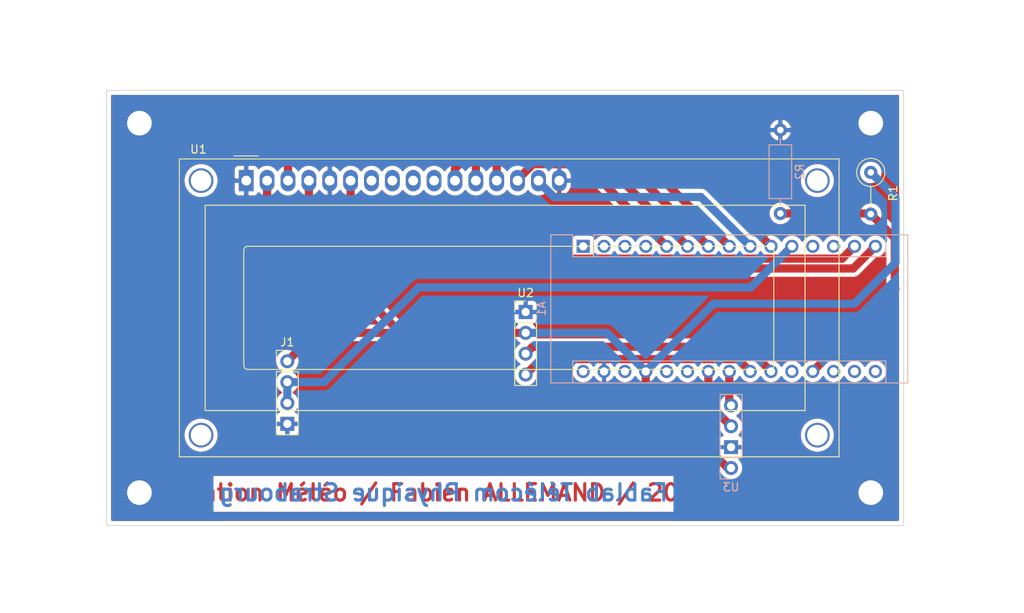
<source format=kicad_pcb>
(kicad_pcb (version 20171130) (host pcbnew "(5.1.10)-1")

  (general
    (thickness 1.6)
    (drawings 43)
    (tracks 73)
    (zones 0)
    (modules 7)
    (nets 35)
  )

  (page A4)
  (layers
    (0 F.Cu signal)
    (31 B.Cu signal)
    (32 B.Adhes user)
    (33 F.Adhes user)
    (34 B.Paste user)
    (35 F.Paste user)
    (36 B.SilkS user)
    (37 F.SilkS user)
    (38 B.Mask user)
    (39 F.Mask user)
    (40 Dwgs.User user)
    (41 Cmts.User user)
    (42 Eco1.User user)
    (43 Eco2.User user)
    (44 Edge.Cuts user)
    (45 Margin user)
    (46 B.CrtYd user)
    (47 F.CrtYd user)
    (48 B.Fab user)
    (49 F.Fab user)
  )

  (setup
    (last_trace_width 1)
    (user_trace_width 1)
    (trace_clearance 0.2)
    (zone_clearance 0.508)
    (zone_45_only no)
    (trace_min 0.2)
    (via_size 0.8)
    (via_drill 0.4)
    (via_min_size 0.4)
    (via_min_drill 0.3)
    (user_via 5 3)
    (uvia_size 0.3)
    (uvia_drill 0.1)
    (uvias_allowed no)
    (uvia_min_size 0.2)
    (uvia_min_drill 0.1)
    (edge_width 0.1)
    (segment_width 0.2)
    (pcb_text_width 0.3)
    (pcb_text_size 1.5 1.5)
    (mod_edge_width 0.15)
    (mod_text_size 1 1)
    (mod_text_width 0.15)
    (pad_size 1.7 1.7)
    (pad_drill 1)
    (pad_to_mask_clearance 0)
    (aux_axis_origin 0 0)
    (visible_elements 7FFFFFFF)
    (pcbplotparams
      (layerselection 0x01000_ffffffff)
      (usegerberextensions false)
      (usegerberattributes true)
      (usegerberadvancedattributes true)
      (creategerberjobfile true)
      (excludeedgelayer true)
      (linewidth 0.100000)
      (plotframeref false)
      (viasonmask false)
      (mode 1)
      (useauxorigin false)
      (hpglpennumber 1)
      (hpglpenspeed 20)
      (hpglpendiameter 15.000000)
      (psnegative false)
      (psa4output false)
      (plotreference true)
      (plotvalue true)
      (plotinvisibletext false)
      (padsonsilk false)
      (subtractmaskfromsilk false)
      (outputformat 1)
      (mirror false)
      (drillshape 0)
      (scaleselection 1)
      (outputdirectory ""))
  )

  (net 0 "")
  (net 1 "Net-(A1-Pad16)")
  (net 2 SCREEN_RS)
  (net 3 "Net-(A1-Pad30)")
  (net 4 SCREEN_E)
  (net 5 GNDREF)
  (net 6 "Net-(A1-Pad13)")
  (net 7 "Net-(A1-Pad28)")
  (net 8 "Net-(A1-Pad12)")
  (net 9 +5V)
  (net 10 MX-RM-5V_DATA)
  (net 11 "Net-(A1-Pad26)")
  (net 12 SCREEN_VO)
  (net 13 "Net-(A1-Pad25)")
  (net 14 SCREEN_A)
  (net 15 AHT10_SCL)
  (net 16 SCREEN_D4)
  (net 17 AHT10_SDA)
  (net 18 SCREEN_D5)
  (net 19 HW-111_SCL)
  (net 20 SCREEN_D6)
  (net 21 HW-111_SDA)
  (net 22 SCREEN_D7)
  (net 23 "Net-(A1-Pad20)")
  (net 24 "Net-(A1-Pad4)")
  (net 25 LDR)
  (net 26 "Net-(A1-Pad3)")
  (net 27 "Net-(A1-Pad18)")
  (net 28 "Net-(A1-Pad2)")
  (net 29 "Net-(A1-Pad17)")
  (net 30 "Net-(A1-Pad1)")
  (net 31 "Net-(U1-Pad10)")
  (net 32 "Net-(U1-Pad9)")
  (net 33 "Net-(U1-Pad8)")
  (net 34 "Net-(U1-Pad7)")

  (net_class Default "Ceci est la Netclass par défaut."
    (clearance 0.2)
    (trace_width 0.25)
    (via_dia 0.8)
    (via_drill 0.4)
    (uvia_dia 0.3)
    (uvia_drill 0.1)
    (add_net +5V)
    (add_net AHT10_SCL)
    (add_net AHT10_SDA)
    (add_net GNDREF)
    (add_net HW-111_SCL)
    (add_net HW-111_SDA)
    (add_net LDR)
    (add_net MX-RM-5V_DATA)
    (add_net "Net-(A1-Pad1)")
    (add_net "Net-(A1-Pad12)")
    (add_net "Net-(A1-Pad13)")
    (add_net "Net-(A1-Pad16)")
    (add_net "Net-(A1-Pad17)")
    (add_net "Net-(A1-Pad18)")
    (add_net "Net-(A1-Pad2)")
    (add_net "Net-(A1-Pad20)")
    (add_net "Net-(A1-Pad25)")
    (add_net "Net-(A1-Pad26)")
    (add_net "Net-(A1-Pad28)")
    (add_net "Net-(A1-Pad3)")
    (add_net "Net-(A1-Pad30)")
    (add_net "Net-(A1-Pad4)")
    (add_net "Net-(U1-Pad10)")
    (add_net "Net-(U1-Pad7)")
    (add_net "Net-(U1-Pad8)")
    (add_net "Net-(U1-Pad9)")
    (add_net SCREEN_A)
    (add_net SCREEN_D4)
    (add_net SCREEN_D5)
    (add_net SCREEN_D6)
    (add_net SCREEN_D7)
    (add_net SCREEN_E)
    (add_net SCREEN_RS)
    (add_net SCREEN_VO)
  )

  (module Connector_PinHeader_2.54mm:PinHeader_1x04_P2.54mm_Vertical (layer B.Cu) (tedit 628636C9) (tstamp 62863A24)
    (at 197 133)
    (descr "Through hole straight pin header, 1x04, 2.54mm pitch, single row")
    (tags "Through hole pin header THT 1x04 2.54mm single row")
    (path /62214F53)
    (fp_text reference U3 (at 0 2.33 180) (layer B.SilkS)
      (effects (font (size 1 1) (thickness 0.15)) (justify mirror))
    )
    (fp_text value AHT10 (at 0 -9.95 180) (layer B.Fab)
      (effects (font (size 1 1) (thickness 0.15)) (justify mirror))
    )
    (fp_line (start -0.635 1.27) (end 1.27 1.27) (layer B.Fab) (width 0.1))
    (fp_line (start 1.27 1.27) (end 1.27 -8.89) (layer B.Fab) (width 0.1))
    (fp_line (start 1.27 -8.89) (end -1.27 -8.89) (layer B.Fab) (width 0.1))
    (fp_line (start -1.27 -8.89) (end -1.27 0.635) (layer B.Fab) (width 0.1))
    (fp_line (start -1.27 0.635) (end -0.635 1.27) (layer B.Fab) (width 0.1))
    (fp_line (start -1.33 -8.95) (end 1.33 -8.95) (layer B.SilkS) (width 0.12))
    (fp_line (start -1.33 -1.27) (end -1.33 -8.95) (layer B.SilkS) (width 0.12))
    (fp_line (start 1.33 -1.27) (end 1.33 -8.95) (layer B.SilkS) (width 0.12))
    (fp_line (start -1.33 -1.27) (end 1.33 -1.27) (layer B.SilkS) (width 0.12))
    (fp_line (start -1.33 0) (end -1.33 1.33) (layer B.SilkS) (width 0.12))
    (fp_line (start -1.33 1.33) (end 0 1.33) (layer B.SilkS) (width 0.12))
    (fp_line (start -1.8 1.8) (end -1.8 -9.4) (layer B.CrtYd) (width 0.05))
    (fp_line (start -1.8 -9.4) (end 1.8 -9.4) (layer B.CrtYd) (width 0.05))
    (fp_line (start 1.8 -9.4) (end 1.8 1.8) (layer B.CrtYd) (width 0.05))
    (fp_line (start 1.8 1.8) (end -1.8 1.8) (layer B.CrtYd) (width 0.05))
    (fp_text user %R (at 0 -3.81 90) (layer B.Fab)
      (effects (font (size 1 1) (thickness 0.15)) (justify mirror))
    )
    (pad 3 thru_hole oval (at 0 -7.62) (size 1.7 1.7) (drill 1) (layers *.Cu *.Mask)
      (net 17 AHT10_SDA))
    (pad 2 thru_hole oval (at 0 -5.08) (size 1.7 1.7) (drill 1) (layers *.Cu *.Mask)
      (net 15 AHT10_SCL))
    (pad 4 thru_hole rect (at 0 -2.54) (size 1.7 1.7) (drill 1) (layers *.Cu *.Mask)
      (net 5 GNDREF))
    (pad 1 thru_hole circle (at 0 0) (size 1.7 1.7) (drill 1) (layers *.Cu *.Mask)
      (net 9 +5V))
    (model ${KISYS3DMOD}/Connector_PinHeader_2.54mm.3dshapes/PinHeader_1x04_P2.54mm_Vertical.wrl
      (at (xyz 0 0 0))
      (scale (xyz 1 1 1))
      (rotate (xyz 0 0 0))
    )
  )

  (module Connector_PinHeader_2.54mm:PinHeader_1x04_P2.54mm_Vertical (layer F.Cu) (tedit 628635DD) (tstamp 62863A0C)
    (at 172 114)
    (descr "Through hole straight pin header, 1x04, 2.54mm pitch, single row")
    (tags "Through hole pin header THT 1x04 2.54mm single row")
    (path /622156B5)
    (fp_text reference U2 (at 0 -2.33) (layer F.SilkS)
      (effects (font (size 1 1) (thickness 0.15)))
    )
    (fp_text value HW-111 (at 0 9.95) (layer F.Fab)
      (effects (font (size 1 1) (thickness 0.15)))
    )
    (fp_line (start -0.635 -1.27) (end 1.27 -1.27) (layer F.Fab) (width 0.1))
    (fp_line (start 1.27 -1.27) (end 1.27 8.89) (layer F.Fab) (width 0.1))
    (fp_line (start 1.27 8.89) (end -1.27 8.89) (layer F.Fab) (width 0.1))
    (fp_line (start -1.27 8.89) (end -1.27 -0.635) (layer F.Fab) (width 0.1))
    (fp_line (start -1.27 -0.635) (end -0.635 -1.27) (layer F.Fab) (width 0.1))
    (fp_line (start -1.33 8.95) (end 1.33 8.95) (layer F.SilkS) (width 0.12))
    (fp_line (start -1.33 1.27) (end -1.33 8.95) (layer F.SilkS) (width 0.12))
    (fp_line (start 1.33 1.27) (end 1.33 8.95) (layer F.SilkS) (width 0.12))
    (fp_line (start -1.33 1.27) (end 1.33 1.27) (layer F.SilkS) (width 0.12))
    (fp_line (start -1.33 0) (end -1.33 -1.33) (layer F.SilkS) (width 0.12))
    (fp_line (start -1.33 -1.33) (end 0 -1.33) (layer F.SilkS) (width 0.12))
    (fp_line (start -1.8 -1.8) (end -1.8 9.4) (layer F.CrtYd) (width 0.05))
    (fp_line (start -1.8 9.4) (end 1.8 9.4) (layer F.CrtYd) (width 0.05))
    (fp_line (start 1.8 9.4) (end 1.8 -1.8) (layer F.CrtYd) (width 0.05))
    (fp_line (start 1.8 -1.8) (end -1.8 -1.8) (layer F.CrtYd) (width 0.05))
    (fp_text user %R (at 0 3.81 90) (layer F.Fab)
      (effects (font (size 1 1) (thickness 0.15)))
    )
    (pad 2 thru_hole oval (at 0 7.62) (size 1.7 1.7) (drill 1) (layers *.Cu *.Mask)
      (net 19 HW-111_SCL))
    (pad 3 thru_hole oval (at 0 5.08) (size 1.7 1.7) (drill 1) (layers *.Cu *.Mask)
      (net 21 HW-111_SDA))
    (pad 1 thru_hole oval (at 0 2.54) (size 1.7 1.7) (drill 1) (layers *.Cu *.Mask)
      (net 9 +5V))
    (pad 4 thru_hole rect (at 0 0) (size 1.7 1.7) (drill 1) (layers *.Cu *.Mask)
      (net 5 GNDREF))
    (model ${KISYS3DMOD}/Connector_PinHeader_2.54mm.3dshapes/PinHeader_1x04_P2.54mm_Vertical.wrl
      (at (xyz 0 0 0))
      (scale (xyz 1 1 1))
      (rotate (xyz 0 0 0))
    )
  )

  (module Display:WC1602A (layer F.Cu) (tedit 5A02FE80) (tstamp 628639F4)
    (at 138 98)
    (descr "LCD 16x2 http://www.wincomlcd.com/pdf/WC1602A-SFYLYHTC06.pdf")
    (tags "LCD 16x2 Alphanumeric 16pin")
    (path /62217951)
    (fp_text reference U1 (at -5.82 -3.81) (layer F.SilkS)
      (effects (font (size 1 1) (thickness 0.15)))
    )
    (fp_text value LCD-016N002L (at -4.31 34.66) (layer F.Fab)
      (effects (font (size 1 1) (thickness 0.15)))
    )
    (fp_line (start -8.14 33.64) (end 72.14 33.64) (layer F.SilkS) (width 0.12))
    (fp_line (start 72.14 33.64) (end 72.14 -2.64) (layer F.SilkS) (width 0.12))
    (fp_line (start 72.14 -2.64) (end -7.34 -2.64) (layer F.SilkS) (width 0.12))
    (fp_line (start -8.14 -2.64) (end -8.14 33.64) (layer F.SilkS) (width 0.12))
    (fp_line (start -8.13 -2.64) (end -7.34 -2.64) (layer F.SilkS) (width 0.12))
    (fp_line (start -8.25 -2.75) (end -8.25 33.75) (layer F.CrtYd) (width 0.05))
    (fp_line (start -8.25 33.75) (end 72.25 33.75) (layer F.CrtYd) (width 0.05))
    (fp_line (start 72.25 -2.75) (end 72.25 33.75) (layer F.CrtYd) (width 0.05))
    (fp_line (start -1.5 -3) (end 1.5 -3) (layer F.SilkS) (width 0.12))
    (fp_line (start -8.25 -2.75) (end 72.25 -2.75) (layer F.CrtYd) (width 0.05))
    (fp_line (start 1 -2.5) (end 0 -1.5) (layer F.Fab) (width 0.1))
    (fp_line (start 0 -1.5) (end -1 -2.5) (layer F.Fab) (width 0.1))
    (fp_line (start -1 -2.5) (end -8 -2.5) (layer F.Fab) (width 0.1))
    (fp_line (start 0.2 8) (end 63.7 8) (layer F.SilkS) (width 0.12))
    (fp_line (start -0.29972 22.49932) (end -0.29972 8.5) (layer F.SilkS) (width 0.12))
    (fp_line (start 63.70066 23) (end 0.2 23) (layer F.SilkS) (width 0.12))
    (fp_line (start 64.2 8.5) (end 64.2 22.5) (layer F.SilkS) (width 0.12))
    (fp_line (start -5 3) (end 68 3) (layer F.SilkS) (width 0.12))
    (fp_line (start 68 3) (end 68 28) (layer F.SilkS) (width 0.12))
    (fp_line (start 68 28) (end -5 28) (layer F.SilkS) (width 0.12))
    (fp_line (start -5 28) (end -5 3) (layer F.SilkS) (width 0.12))
    (fp_line (start 1 -2.5) (end 72 -2.5) (layer F.Fab) (width 0.1))
    (fp_line (start 72 -2.5) (end 72 33.5) (layer F.Fab) (width 0.1))
    (fp_line (start 72 33.5) (end -8 33.5) (layer F.Fab) (width 0.1))
    (fp_line (start -8 33.5) (end -8 -2.5) (layer F.Fab) (width 0.1))
    (fp_arc (start 0.20066 8.49884) (end -0.29972 8.49884) (angle 90) (layer F.SilkS) (width 0.12))
    (fp_arc (start 0.20066 22.49932) (end 0.20066 22.9997) (angle 90) (layer F.SilkS) (width 0.12))
    (fp_arc (start 63.70066 22.49932) (end 64.20104 22.49932) (angle 90) (layer F.SilkS) (width 0.12))
    (fp_arc (start 63.7 8.5) (end 63.7 8) (angle 90) (layer F.SilkS) (width 0.12))
    (fp_text user %R (at 30.37 14.74) (layer F.Fab)
      (effects (font (size 1 1) (thickness 0.1)))
    )
    (pad "" thru_hole circle (at 69.5 0) (size 3 3) (drill 2.5) (layers *.Cu *.Mask))
    (pad "" thru_hole circle (at 69.49948 31.0007) (size 3 3) (drill 2.5) (layers *.Cu *.Mask))
    (pad "" thru_hole circle (at -5.4991 31.0007) (size 3 3) (drill 2.5) (layers *.Cu *.Mask))
    (pad "" thru_hole circle (at -5.4991 0) (size 3 3) (drill 2.5) (layers *.Cu *.Mask))
    (pad 16 thru_hole oval (at 38.1 0) (size 1.8 2.6) (drill 1.2) (layers *.Cu *.Mask)
      (net 5 GNDREF))
    (pad 15 thru_hole oval (at 35.56 0) (size 1.8 2.6) (drill 1.2) (layers *.Cu *.Mask)
      (net 14 SCREEN_A))
    (pad 14 thru_hole oval (at 33.02 0) (size 1.8 2.6) (drill 1.2) (layers *.Cu *.Mask)
      (net 22 SCREEN_D7))
    (pad 13 thru_hole oval (at 30.48 0) (size 1.8 2.6) (drill 1.2) (layers *.Cu *.Mask)
      (net 20 SCREEN_D6))
    (pad 12 thru_hole oval (at 27.94 0) (size 1.8 2.6) (drill 1.2) (layers *.Cu *.Mask)
      (net 18 SCREEN_D5))
    (pad 11 thru_hole oval (at 25.4 0) (size 1.8 2.6) (drill 1.2) (layers *.Cu *.Mask)
      (net 16 SCREEN_D4))
    (pad 10 thru_hole oval (at 22.86 0) (size 1.8 2.6) (drill 1.2) (layers *.Cu *.Mask)
      (net 31 "Net-(U1-Pad10)"))
    (pad 9 thru_hole oval (at 20.32 0) (size 1.8 2.6) (drill 1.2) (layers *.Cu *.Mask)
      (net 32 "Net-(U1-Pad9)"))
    (pad 8 thru_hole oval (at 17.78 0) (size 1.8 2.6) (drill 1.2) (layers *.Cu *.Mask)
      (net 33 "Net-(U1-Pad8)"))
    (pad 7 thru_hole oval (at 15.24 0) (size 1.8 2.6) (drill 1.2) (layers *.Cu *.Mask)
      (net 34 "Net-(U1-Pad7)"))
    (pad 6 thru_hole oval (at 12.7 0) (size 1.8 2.6) (drill 1.2) (layers *.Cu *.Mask)
      (net 4 SCREEN_E))
    (pad 5 thru_hole oval (at 10.16 0) (size 1.8 2.6) (drill 1.2) (layers *.Cu *.Mask)
      (net 5 GNDREF))
    (pad 4 thru_hole oval (at 7.62 0) (size 1.8 2.6) (drill 1.2) (layers *.Cu *.Mask)
      (net 2 SCREEN_RS))
    (pad 3 thru_hole oval (at 5.08 0) (size 1.8 2.6) (drill 1.2) (layers *.Cu *.Mask)
      (net 12 SCREEN_VO))
    (pad 2 thru_hole oval (at 2.54 0) (size 1.8 2.6) (drill 1.2) (layers *.Cu *.Mask)
      (net 9 +5V))
    (pad 1 thru_hole rect (at 0 0) (size 1.8 2.6) (drill 1.2) (layers *.Cu *.Mask)
      (net 5 GNDREF))
    (model ${KISYS3DMOD}/Display.3dshapes/WC1602A.wrl
      (at (xyz 0 0 0))
      (scale (xyz 1 1 1))
      (rotate (xyz 0 0 0))
    )
  )

  (module Resistor_THT:R_Axial_DIN0207_L6.3mm_D2.5mm_P10.16mm_Horizontal (layer B.Cu) (tedit 5AE5139B) (tstamp 628639BE)
    (at 203 102 90)
    (descr "Resistor, Axial_DIN0207 series, Axial, Horizontal, pin pitch=10.16mm, 0.25W = 1/4W, length*diameter=6.3*2.5mm^2, http://cdn-reichelt.de/documents/datenblatt/B400/1_4W%23YAG.pdf")
    (tags "Resistor Axial_DIN0207 series Axial Horizontal pin pitch 10.16mm 0.25W = 1/4W length 6.3mm diameter 2.5mm")
    (path /6227DC0B)
    (fp_text reference R2 (at 5.08 2.37 270) (layer B.SilkS)
      (effects (font (size 1 1) (thickness 0.15)) (justify mirror))
    )
    (fp_text value R (at 5.08 -2.37 270) (layer B.Fab)
      (effects (font (size 1 1) (thickness 0.15)) (justify mirror))
    )
    (fp_line (start 1.93 1.25) (end 1.93 -1.25) (layer B.Fab) (width 0.1))
    (fp_line (start 1.93 -1.25) (end 8.23 -1.25) (layer B.Fab) (width 0.1))
    (fp_line (start 8.23 -1.25) (end 8.23 1.25) (layer B.Fab) (width 0.1))
    (fp_line (start 8.23 1.25) (end 1.93 1.25) (layer B.Fab) (width 0.1))
    (fp_line (start 0 0) (end 1.93 0) (layer B.Fab) (width 0.1))
    (fp_line (start 10.16 0) (end 8.23 0) (layer B.Fab) (width 0.1))
    (fp_line (start 1.81 1.37) (end 1.81 -1.37) (layer B.SilkS) (width 0.12))
    (fp_line (start 1.81 -1.37) (end 8.35 -1.37) (layer B.SilkS) (width 0.12))
    (fp_line (start 8.35 -1.37) (end 8.35 1.37) (layer B.SilkS) (width 0.12))
    (fp_line (start 8.35 1.37) (end 1.81 1.37) (layer B.SilkS) (width 0.12))
    (fp_line (start 1.04 0) (end 1.81 0) (layer B.SilkS) (width 0.12))
    (fp_line (start 9.12 0) (end 8.35 0) (layer B.SilkS) (width 0.12))
    (fp_line (start -1.05 1.5) (end -1.05 -1.5) (layer B.CrtYd) (width 0.05))
    (fp_line (start -1.05 -1.5) (end 11.21 -1.5) (layer B.CrtYd) (width 0.05))
    (fp_line (start 11.21 -1.5) (end 11.21 1.5) (layer B.CrtYd) (width 0.05))
    (fp_line (start 11.21 1.5) (end -1.05 1.5) (layer B.CrtYd) (width 0.05))
    (fp_text user %R (at 5.08 0 270) (layer B.Fab)
      (effects (font (size 1 1) (thickness 0.15)) (justify mirror))
    )
    (pad 2 thru_hole oval (at 10.16 0 90) (size 1.6 1.6) (drill 0.8) (layers *.Cu *.Mask)
      (net 5 GNDREF))
    (pad 1 thru_hole circle (at 0 0 90) (size 1.6 1.6) (drill 0.8) (layers *.Cu *.Mask)
      (net 25 LDR))
    (model ${KISYS3DMOD}/Resistor_THT.3dshapes/R_Axial_DIN0207_L6.3mm_D2.5mm_P10.16mm_Horizontal.wrl
      (at (xyz 0 0 0))
      (scale (xyz 1 1 1))
      (rotate (xyz 0 0 0))
    )
  )

  (module Resistor_THT:R_Axial_DIN0309_L9.0mm_D3.2mm_P5.08mm_Vertical (layer F.Cu) (tedit 5AE5139B) (tstamp 628639A7)
    (at 214 97 270)
    (descr "Resistor, Axial_DIN0309 series, Axial, Vertical, pin pitch=5.08mm, 0.5W = 1/2W, length*diameter=9*3.2mm^2, http://cdn-reichelt.de/documents/datenblatt/B400/1_4W%23YAG.pdf")
    (tags "Resistor Axial_DIN0309 series Axial Vertical pin pitch 5.08mm 0.5W = 1/2W length 9mm diameter 3.2mm")
    (path /6227D1A2)
    (fp_text reference R1 (at 2.54 -2.72 90) (layer F.SilkS)
      (effects (font (size 1 1) (thickness 0.15)))
    )
    (fp_text value R_PHOTO (at 2.54 2.72 90) (layer F.Fab)
      (effects (font (size 1 1) (thickness 0.15)))
    )
    (fp_circle (center 0 0) (end 1.6 0) (layer F.Fab) (width 0.1))
    (fp_circle (center 0 0) (end 1.72 0) (layer F.SilkS) (width 0.12))
    (fp_line (start 0 0) (end 5.08 0) (layer F.Fab) (width 0.1))
    (fp_line (start 1.72 0) (end 3.98 0) (layer F.SilkS) (width 0.12))
    (fp_line (start -1.85 -1.85) (end -1.85 1.85) (layer F.CrtYd) (width 0.05))
    (fp_line (start -1.85 1.85) (end 6.13 1.85) (layer F.CrtYd) (width 0.05))
    (fp_line (start 6.13 1.85) (end 6.13 -1.85) (layer F.CrtYd) (width 0.05))
    (fp_line (start 6.13 -1.85) (end -1.85 -1.85) (layer F.CrtYd) (width 0.05))
    (fp_text user %R (at 2.54 -2.72 90) (layer F.Fab)
      (effects (font (size 1 1) (thickness 0.15)))
    )
    (pad 2 thru_hole oval (at 5.08 0 270) (size 1.6 1.6) (drill 0.8) (layers *.Cu *.Mask)
      (net 25 LDR))
    (pad 1 thru_hole circle (at 0 0 270) (size 1.6 1.6) (drill 0.8) (layers *.Cu *.Mask)
      (net 9 +5V))
    (model ${KISYS3DMOD}/Resistor_THT.3dshapes/R_Axial_DIN0309_L9.0mm_D3.2mm_P5.08mm_Vertical.wrl
      (at (xyz 0 0 0))
      (scale (xyz 1 1 1))
      (rotate (xyz 0 0 0))
    )
  )

  (module Connector_PinHeader_2.54mm:PinHeader_1x04_P2.54mm_Vertical (layer F.Cu) (tedit 628636DC) (tstamp 62863998)
    (at 143 120)
    (descr "Through hole straight pin header, 1x04, 2.54mm pitch, single row")
    (tags "Through hole pin header THT 1x04 2.54mm single row")
    (path /62215849)
    (fp_text reference J1 (at 0 -2.33) (layer F.SilkS)
      (effects (font (size 1 1) (thickness 0.15)))
    )
    (fp_text value MX-RM-5V (at 0 9.95) (layer F.Fab)
      (effects (font (size 1 1) (thickness 0.15)))
    )
    (fp_line (start -0.635 -1.27) (end 1.27 -1.27) (layer F.Fab) (width 0.1))
    (fp_line (start 1.27 -1.27) (end 1.27 8.89) (layer F.Fab) (width 0.1))
    (fp_line (start 1.27 8.89) (end -1.27 8.89) (layer F.Fab) (width 0.1))
    (fp_line (start -1.27 8.89) (end -1.27 -0.635) (layer F.Fab) (width 0.1))
    (fp_line (start -1.27 -0.635) (end -0.635 -1.27) (layer F.Fab) (width 0.1))
    (fp_line (start -1.33 8.95) (end 1.33 8.95) (layer F.SilkS) (width 0.12))
    (fp_line (start -1.33 1.27) (end -1.33 8.95) (layer F.SilkS) (width 0.12))
    (fp_line (start 1.33 1.27) (end 1.33 8.95) (layer F.SilkS) (width 0.12))
    (fp_line (start -1.33 1.27) (end 1.33 1.27) (layer F.SilkS) (width 0.12))
    (fp_line (start -1.33 0) (end -1.33 -1.33) (layer F.SilkS) (width 0.12))
    (fp_line (start -1.33 -1.33) (end 0 -1.33) (layer F.SilkS) (width 0.12))
    (fp_line (start -1.8 -1.8) (end -1.8 9.4) (layer F.CrtYd) (width 0.05))
    (fp_line (start -1.8 9.4) (end 1.8 9.4) (layer F.CrtYd) (width 0.05))
    (fp_line (start 1.8 9.4) (end 1.8 -1.8) (layer F.CrtYd) (width 0.05))
    (fp_line (start 1.8 -1.8) (end -1.8 -1.8) (layer F.CrtYd) (width 0.05))
    (fp_text user %R (at 0 3.81 90) (layer F.Fab)
      (effects (font (size 1 1) (thickness 0.15)))
    )
    (pad 4 thru_hole rect (at 0 7.62) (size 1.7 1.7) (drill 1) (layers *.Cu *.Mask)
      (net 5 GNDREF))
    (pad 1 thru_hole oval (at 0 5.08) (size 1.7 1.7) (drill 1) (layers *.Cu *.Mask)
      (net 10 MX-RM-5V_DATA))
    (pad 3 thru_hole oval (at 0 2.54) (size 1.7 1.7) (drill 1) (layers *.Cu *.Mask)
      (net 10 MX-RM-5V_DATA))
    (pad 2 thru_hole circle (at 0 0) (size 1.7 1.7) (drill 1) (layers *.Cu *.Mask)
      (net 9 +5V))
    (model ${KISYS3DMOD}/Connector_PinHeader_2.54mm.3dshapes/PinHeader_1x04_P2.54mm_Vertical.wrl
      (at (xyz 0 0 0))
      (scale (xyz 1 1 1))
      (rotate (xyz 0 0 0))
    )
  )

  (module Module:Arduino_Nano (layer B.Cu) (tedit 58ACAF70) (tstamp 62863980)
    (at 179 106 270)
    (descr "Arduino Nano, http://www.mouser.com/pdfdocs/Gravitech_Arduino_Nano3_0.pdf")
    (tags "Arduino Nano")
    (path /62213208)
    (fp_text reference A1 (at 7.62 5.08 270) (layer B.SilkS)
      (effects (font (size 1 1) (thickness 0.15)) (justify mirror))
    )
    (fp_text value Arduino_Nano_v3.x (at 8.89 -19.05) (layer B.Fab)
      (effects (font (size 1 1) (thickness 0.15)) (justify mirror))
    )
    (fp_line (start 1.27 -1.27) (end 1.27 1.27) (layer B.SilkS) (width 0.12))
    (fp_line (start 1.27 1.27) (end -1.4 1.27) (layer B.SilkS) (width 0.12))
    (fp_line (start -1.4 -1.27) (end -1.4 -39.5) (layer B.SilkS) (width 0.12))
    (fp_line (start -1.4 3.94) (end -1.4 1.27) (layer B.SilkS) (width 0.12))
    (fp_line (start 13.97 1.27) (end 16.64 1.27) (layer B.SilkS) (width 0.12))
    (fp_line (start 13.97 1.27) (end 13.97 -36.83) (layer B.SilkS) (width 0.12))
    (fp_line (start 13.97 -36.83) (end 16.64 -36.83) (layer B.SilkS) (width 0.12))
    (fp_line (start 1.27 -1.27) (end -1.4 -1.27) (layer B.SilkS) (width 0.12))
    (fp_line (start 1.27 -1.27) (end 1.27 -36.83) (layer B.SilkS) (width 0.12))
    (fp_line (start 1.27 -36.83) (end -1.4 -36.83) (layer B.SilkS) (width 0.12))
    (fp_line (start 3.81 -31.75) (end 11.43 -31.75) (layer B.Fab) (width 0.1))
    (fp_line (start 11.43 -31.75) (end 11.43 -41.91) (layer B.Fab) (width 0.1))
    (fp_line (start 11.43 -41.91) (end 3.81 -41.91) (layer B.Fab) (width 0.1))
    (fp_line (start 3.81 -41.91) (end 3.81 -31.75) (layer B.Fab) (width 0.1))
    (fp_line (start -1.4 -39.5) (end 16.64 -39.5) (layer B.SilkS) (width 0.12))
    (fp_line (start 16.64 -39.5) (end 16.64 3.94) (layer B.SilkS) (width 0.12))
    (fp_line (start 16.64 3.94) (end -1.4 3.94) (layer B.SilkS) (width 0.12))
    (fp_line (start 16.51 -39.37) (end -1.27 -39.37) (layer B.Fab) (width 0.1))
    (fp_line (start -1.27 -39.37) (end -1.27 2.54) (layer B.Fab) (width 0.1))
    (fp_line (start -1.27 2.54) (end 0 3.81) (layer B.Fab) (width 0.1))
    (fp_line (start 0 3.81) (end 16.51 3.81) (layer B.Fab) (width 0.1))
    (fp_line (start 16.51 3.81) (end 16.51 -39.37) (layer B.Fab) (width 0.1))
    (fp_line (start -1.53 4.06) (end 16.75 4.06) (layer B.CrtYd) (width 0.05))
    (fp_line (start -1.53 4.06) (end -1.53 -42.16) (layer B.CrtYd) (width 0.05))
    (fp_line (start 16.75 -42.16) (end 16.75 4.06) (layer B.CrtYd) (width 0.05))
    (fp_line (start 16.75 -42.16) (end -1.53 -42.16) (layer B.CrtYd) (width 0.05))
    (fp_text user %R (at 6.35 -19.05) (layer B.Fab)
      (effects (font (size 1 1) (thickness 0.15)) (justify mirror))
    )
    (pad 16 thru_hole oval (at 15.24 -35.56 270) (size 1.6 1.6) (drill 1) (layers *.Cu *.Mask)
      (net 1 "Net-(A1-Pad16)"))
    (pad 15 thru_hole oval (at 0 -35.56 270) (size 1.6 1.6) (drill 1) (layers *.Cu *.Mask)
      (net 2 SCREEN_RS))
    (pad 30 thru_hole oval (at 15.24 0 270) (size 1.6 1.6) (drill 1) (layers *.Cu *.Mask)
      (net 3 "Net-(A1-Pad30)"))
    (pad 14 thru_hole oval (at 0 -33.02 270) (size 1.6 1.6) (drill 1) (layers *.Cu *.Mask)
      (net 4 SCREEN_E))
    (pad 29 thru_hole oval (at 15.24 -2.54 270) (size 1.6 1.6) (drill 1) (layers *.Cu *.Mask)
      (net 5 GNDREF))
    (pad 13 thru_hole oval (at 0 -30.48 270) (size 1.6 1.6) (drill 1) (layers *.Cu *.Mask)
      (net 6 "Net-(A1-Pad13)"))
    (pad 28 thru_hole oval (at 15.24 -5.08 270) (size 1.6 1.6) (drill 1) (layers *.Cu *.Mask)
      (net 7 "Net-(A1-Pad28)"))
    (pad 12 thru_hole oval (at 0 -27.94 270) (size 1.6 1.6) (drill 1) (layers *.Cu *.Mask)
      (net 8 "Net-(A1-Pad12)"))
    (pad 27 thru_hole oval (at 15.24 -7.62 270) (size 1.6 1.6) (drill 1) (layers *.Cu *.Mask)
      (net 9 +5V))
    (pad 11 thru_hole oval (at 0 -25.4 270) (size 1.6 1.6) (drill 1) (layers *.Cu *.Mask)
      (net 10 MX-RM-5V_DATA))
    (pad 26 thru_hole oval (at 15.24 -10.16 270) (size 1.6 1.6) (drill 1) (layers *.Cu *.Mask)
      (net 11 "Net-(A1-Pad26)"))
    (pad 10 thru_hole oval (at 0 -22.86 270) (size 1.6 1.6) (drill 1) (layers *.Cu *.Mask)
      (net 12 SCREEN_VO))
    (pad 25 thru_hole oval (at 15.24 -12.7 270) (size 1.6 1.6) (drill 1) (layers *.Cu *.Mask)
      (net 13 "Net-(A1-Pad25)"))
    (pad 9 thru_hole oval (at 0 -20.32 270) (size 1.6 1.6) (drill 1) (layers *.Cu *.Mask)
      (net 14 SCREEN_A))
    (pad 24 thru_hole oval (at 15.24 -15.24 270) (size 1.6 1.6) (drill 1) (layers *.Cu *.Mask)
      (net 15 AHT10_SCL))
    (pad 8 thru_hole oval (at 0 -17.78 270) (size 1.6 1.6) (drill 1) (layers *.Cu *.Mask)
      (net 16 SCREEN_D4))
    (pad 23 thru_hole oval (at 15.24 -17.78 270) (size 1.6 1.6) (drill 1) (layers *.Cu *.Mask)
      (net 17 AHT10_SDA))
    (pad 7 thru_hole oval (at 0 -15.24 270) (size 1.6 1.6) (drill 1) (layers *.Cu *.Mask)
      (net 18 SCREEN_D5))
    (pad 22 thru_hole oval (at 15.24 -20.32 270) (size 1.6 1.6) (drill 1) (layers *.Cu *.Mask)
      (net 19 HW-111_SCL))
    (pad 6 thru_hole oval (at 0 -12.7 270) (size 1.6 1.6) (drill 1) (layers *.Cu *.Mask)
      (net 20 SCREEN_D6))
    (pad 21 thru_hole oval (at 15.24 -22.86 270) (size 1.6 1.6) (drill 1) (layers *.Cu *.Mask)
      (net 21 HW-111_SDA))
    (pad 5 thru_hole oval (at 0 -10.16 270) (size 1.6 1.6) (drill 1) (layers *.Cu *.Mask)
      (net 22 SCREEN_D7))
    (pad 20 thru_hole oval (at 15.24 -25.4 270) (size 1.6 1.6) (drill 1) (layers *.Cu *.Mask)
      (net 23 "Net-(A1-Pad20)"))
    (pad 4 thru_hole oval (at 0 -7.62 270) (size 1.6 1.6) (drill 1) (layers *.Cu *.Mask)
      (net 24 "Net-(A1-Pad4)"))
    (pad 19 thru_hole oval (at 15.24 -27.94 270) (size 1.6 1.6) (drill 1) (layers *.Cu *.Mask)
      (net 25 LDR))
    (pad 3 thru_hole oval (at 0 -5.08 270) (size 1.6 1.6) (drill 1) (layers *.Cu *.Mask)
      (net 26 "Net-(A1-Pad3)"))
    (pad 18 thru_hole oval (at 15.24 -30.48 270) (size 1.6 1.6) (drill 1) (layers *.Cu *.Mask)
      (net 27 "Net-(A1-Pad18)"))
    (pad 2 thru_hole oval (at 0 -2.54 270) (size 1.6 1.6) (drill 1) (layers *.Cu *.Mask)
      (net 28 "Net-(A1-Pad2)"))
    (pad 17 thru_hole oval (at 15.24 -33.02 270) (size 1.6 1.6) (drill 1) (layers *.Cu *.Mask)
      (net 29 "Net-(A1-Pad17)"))
    (pad 1 thru_hole rect (at 0 0 270) (size 1.6 1.6) (drill 1) (layers *.Cu *.Mask)
      (net 30 "Net-(A1-Pad1)"))
    (model ${KISYS3DMOD}/Module.3dshapes/Arduino_Nano_WithMountingHoles.wrl
      (at (xyz 0 0 0))
      (scale (xyz 1 1 1))
      (rotate (xyz 0 0 0))
    )
  )

  (gr_text "Fablab Télécom Physique Strabourg" (at 162 136) (layer B.Cu)
    (effects (font (size 2 2) (thickness 0.375)) (justify mirror))
  )
  (gr_text "Station Météo / Fabien ALLEMAND / 2022" (at 162 136) (layer F.Cu)
    (effects (font (size 2 2) (thickness 0.375)))
  )
  (dimension 89 (width 0.15) (layer Dwgs.User)
    (gr_text "89,000 mm" (at 169.5 147.3) (layer Dwgs.User)
      (effects (font (size 1 1) (thickness 0.15)))
    )
    (feature1 (pts (xy 214 136) (xy 214 146.586421)))
    (feature2 (pts (xy 125 136) (xy 125 146.586421)))
    (crossbar (pts (xy 125 146) (xy 214 146)))
    (arrow1a (pts (xy 214 146) (xy 212.873496 146.586421)))
    (arrow1b (pts (xy 214 146) (xy 212.873496 145.413579)))
    (arrow2a (pts (xy 125 146) (xy 126.126504 146.586421)))
    (arrow2b (pts (xy 125 146) (xy 126.126504 145.413579)))
  )
  (dimension 45 (width 0.15) (layer Dwgs.User)
    (gr_text "45,000 mm" (at 226.3 113.5 270) (layer Dwgs.User)
      (effects (font (size 1 1) (thickness 0.15)))
    )
    (feature1 (pts (xy 214 136) (xy 225.586421 136)))
    (feature2 (pts (xy 214 91) (xy 225.586421 91)))
    (crossbar (pts (xy 225 91) (xy 225 136)))
    (arrow1a (pts (xy 225 136) (xy 224.413579 134.873496)))
    (arrow1b (pts (xy 225 136) (xy 225.586421 134.873496)))
    (arrow2a (pts (xy 225 91) (xy 224.413579 92.126504)))
    (arrow2b (pts (xy 225 91) (xy 225.586421 92.126504)))
  )
  (dimension 97 (width 0.15) (layer Dwgs.User)
    (gr_text "97,000 mm" (at 169.5 151.3) (layer Dwgs.User)
      (effects (font (size 1 1) (thickness 0.15)))
    )
    (feature1 (pts (xy 121 140) (xy 121 150.586421)))
    (feature2 (pts (xy 218 140) (xy 218 150.586421)))
    (crossbar (pts (xy 218 150) (xy 121 150)))
    (arrow1a (pts (xy 121 150) (xy 122.126504 149.413579)))
    (arrow1b (pts (xy 121 150) (xy 122.126504 150.586421)))
    (arrow2a (pts (xy 218 150) (xy 216.873496 149.413579)))
    (arrow2b (pts (xy 218 150) (xy 216.873496 150.586421)))
  )
  (dimension 53 (width 0.15) (layer Dwgs.User)
    (gr_text "53,000 mm" (at 231.3 113.5 270) (layer Dwgs.User)
      (effects (font (size 1 1) (thickness 0.15)))
    )
    (feature1 (pts (xy 218 140) (xy 230.586421 140)))
    (feature2 (pts (xy 218 87) (xy 230.586421 87)))
    (crossbar (pts (xy 230 87) (xy 230 140)))
    (arrow1a (pts (xy 230 140) (xy 229.413579 138.873496)))
    (arrow1b (pts (xy 230 140) (xy 230.586421 138.873496)))
    (arrow2a (pts (xy 230 87) (xy 229.413579 88.126504)))
    (arrow2b (pts (xy 230 87) (xy 230.586421 88.126504)))
  )
  (dimension 4 (width 0.15) (layer Dwgs.User)
    (gr_text "4,000 mm" (at 111.7 89 270) (layer Dwgs.User)
      (effects (font (size 1 1) (thickness 0.15)))
    )
    (feature1 (pts (xy 125 91) (xy 112.413579 91)))
    (feature2 (pts (xy 125 87) (xy 112.413579 87)))
    (crossbar (pts (xy 113 87) (xy 113 91)))
    (arrow1a (pts (xy 113 91) (xy 112.413579 89.873496)))
    (arrow1b (pts (xy 113 91) (xy 113.586421 89.873496)))
    (arrow2a (pts (xy 113 87) (xy 112.413579 88.126504)))
    (arrow2b (pts (xy 113 87) (xy 113.586421 88.126504)))
  )
  (dimension 4 (width 0.15) (layer Dwgs.User)
    (gr_text "4,000 mm" (at 123 76.7) (layer Dwgs.User)
      (effects (font (size 1 1) (thickness 0.15)))
    )
    (feature1 (pts (xy 125 91) (xy 125 77.413579)))
    (feature2 (pts (xy 121 91) (xy 121 77.413579)))
    (crossbar (pts (xy 121 78) (xy 125 78)))
    (arrow1a (pts (xy 125 78) (xy 123.873496 78.586421)))
    (arrow1b (pts (xy 125 78) (xy 123.873496 77.413579)))
    (arrow2a (pts (xy 121 78) (xy 122.126504 78.586421)))
    (arrow2b (pts (xy 121 78) (xy 122.126504 77.413579)))
  )
  (dimension 12 (width 0.15) (layer Dwgs.User)
    (gr_text "12,000 mm" (at 127 112.7) (layer Dwgs.User)
      (effects (font (size 1 1) (thickness 0.15)))
    )
    (feature1 (pts (xy 121 114) (xy 121 113.413579)))
    (feature2 (pts (xy 133 114) (xy 133 113.413579)))
    (crossbar (pts (xy 133 114) (xy 121 114)))
    (arrow1a (pts (xy 121 114) (xy 122.126504 113.413579)))
    (arrow1b (pts (xy 121 114) (xy 122.126504 114.586421)))
    (arrow2a (pts (xy 133 114) (xy 131.873496 113.413579)))
    (arrow2b (pts (xy 133 114) (xy 131.873496 114.586421)))
  )
  (gr_line (start 121 87) (end 122 87) (layer Edge.Cuts) (width 0.1) (tstamp 628A0570))
  (gr_line (start 121 140) (end 121 87) (layer Edge.Cuts) (width 0.1))
  (gr_line (start 122 140) (end 121 140) (layer Edge.Cuts) (width 0.1))
  (gr_line (start 119 142) (end 120 142) (layer Dwgs.User) (width 0.15) (tstamp 628A0561))
  (gr_line (start 119 85) (end 119 142) (layer Dwgs.User) (width 0.15))
  (gr_line (start 120 85) (end 119 85) (layer Dwgs.User) (width 0.15))
  (dimension 14 (width 0.15) (layer Dwgs.User)
    (gr_text "14,000 mm" (at 200.3 94 90) (layer Dwgs.User)
      (effects (font (size 1 1) (thickness 0.15)))
    )
    (feature1 (pts (xy 199 87) (xy 199.586421 87)))
    (feature2 (pts (xy 199 101) (xy 199.586421 101)))
    (crossbar (pts (xy 199 101) (xy 199 87)))
    (arrow1a (pts (xy 199 87) (xy 199.586421 88.126504)))
    (arrow1b (pts (xy 199 87) (xy 198.413579 88.126504)))
    (arrow2a (pts (xy 199 101) (xy 199.586421 99.873496)))
    (arrow2b (pts (xy 199 101) (xy 198.413579 99.873496)))
  )
  (gr_line (start 218 87) (end 218 88) (layer Edge.Cuts) (width 0.1) (tstamp 628A0508))
  (gr_line (start 122 87) (end 218 87) (layer Edge.Cuts) (width 0.1))
  (gr_line (start 220 85) (end 120 85) (layer Dwgs.User) (width 0.15))
  (gr_line (start 220 86) (end 220 85) (layer Dwgs.User) (width 0.15))
  (dimension 12 (width 0.15) (layer Dwgs.User)
    (gr_text "12,000 mm" (at 212 116.3) (layer Dwgs.User)
      (effects (font (size 1 1) (thickness 0.15)))
    )
    (feature1 (pts (xy 218 115) (xy 218 115.586421)))
    (feature2 (pts (xy 206 115) (xy 206 115.586421)))
    (crossbar (pts (xy 206 115) (xy 218 115)))
    (arrow1a (pts (xy 218 115) (xy 216.873496 115.586421)))
    (arrow1b (pts (xy 218 115) (xy 216.873496 114.413579)))
    (arrow2a (pts (xy 206 115) (xy 207.126504 115.586421)))
    (arrow2b (pts (xy 206 115) (xy 207.126504 114.413579)))
  )
  (dimension 14 (width 0.15) (layer Dwgs.User)
    (gr_text "14,000 mm" (at 176.7 133 270) (layer Dwgs.User)
      (effects (font (size 1 1) (thickness 0.15)))
    )
    (feature1 (pts (xy 178 140) (xy 177.413579 140)))
    (feature2 (pts (xy 178 126) (xy 177.413579 126)))
    (crossbar (pts (xy 178 126) (xy 178 140)))
    (arrow1a (pts (xy 178 140) (xy 177.413579 138.873496)))
    (arrow1b (pts (xy 178 140) (xy 178.586421 138.873496)))
    (arrow2a (pts (xy 178 126) (xy 177.413579 127.126504)))
    (arrow2b (pts (xy 178 126) (xy 178.586421 127.126504)))
  )
  (gr_line (start 218 140) (end 122 140) (layer Edge.Cuts) (width 0.1))
  (gr_line (start 218 88) (end 218 140) (layer Edge.Cuts) (width 0.1))
  (gr_line (start 220 142) (end 220 86) (layer Dwgs.User) (width 0.15))
  (gr_line (start 120 142) (end 220 142) (layer Dwgs.User) (width 0.15))
  (gr_line (start 199 124) (end 199 134) (layer Dwgs.User) (width 0.15))
  (gr_line (start 184 124) (end 199 124) (layer Dwgs.User) (width 0.15))
  (gr_line (start 184 134) (end 184 124) (layer Dwgs.User) (width 0.15))
  (gr_line (start 199 134) (end 184 134) (layer Dwgs.User) (width 0.15))
  (gr_text MX-RM-V (at 138 114) (layer Dwgs.User)
    (effects (font (size 1 1) (thickness 0.15)))
  )
  (gr_line (start 145 100) (end 145 130) (layer Dwgs.User) (width 0.15) (tstamp 62864CEE))
  (gr_line (start 131 100) (end 145 100) (layer Dwgs.User) (width 0.15))
  (gr_line (start 131 130) (end 131 100) (layer Dwgs.User) (width 0.15))
  (gr_line (start 145 130) (end 131 130) (layer Dwgs.User) (width 0.15))
  (gr_line (start 148 105) (end 153 105) (layer Dwgs.User) (width 0.15) (tstamp 62864C54))
  (gr_line (start 148 130) (end 148 105) (layer Dwgs.User) (width 0.15))
  (gr_line (start 153 130) (end 148 130) (layer Dwgs.User) (width 0.15))
  (gr_text HW-111 (at 161 119) (layer Dwgs.User)
    (effects (font (size 1 1) (thickness 0.15)))
  )
  (gr_line (start 153 105) (end 174 105) (layer Dwgs.User) (width 0.15))
  (gr_line (start 174 130) (end 153 130) (layer Dwgs.User) (width 0.15))
  (gr_line (start 174 105) (end 174 130) (layer Dwgs.User) (width 0.15))
  (gr_text AHT-10 (at 188 130) (layer Dwgs.User)
    (effects (font (size 1 1) (thickness 0.15)))
  )

  (segment (start 211.859989 108.700011) (end 214.56 106) (width 1) (layer F.Cu) (net 2))
  (segment (start 154.020011 108.700011) (end 211.859989 108.700011) (width 1) (layer F.Cu) (net 2))
  (segment (start 145.62 100.3) (end 154.020011 108.700011) (width 1) (layer F.Cu) (net 2))
  (segment (start 145.62 98) (end 145.62 100.3) (width 1) (layer F.Cu) (net 2))
  (segment (start 210.519999 107.500001) (end 212.02 106) (width 1) (layer F.Cu) (net 4))
  (segment (start 157.900001 107.500001) (end 210.519999 107.500001) (width 1) (layer F.Cu) (net 4))
  (segment (start 150.7 100.3) (end 157.900001 107.500001) (width 1) (layer F.Cu) (net 4))
  (segment (start 150.7 98) (end 150.7 100.3) (width 1) (layer F.Cu) (net 4))
  (via (at 125 91) (size 5) (drill 3) (layers F.Cu B.Cu) (net 5))
  (via (at 214 91) (size 5) (drill 3) (layers F.Cu B.Cu) (net 5))
  (via (at 214 136) (size 5) (drill 3) (layers F.Cu B.Cu) (net 5))
  (via (at 125 136) (size 5) (drill 3) (layers F.Cu B.Cu) (net 5))
  (segment (start 181.92 116.54) (end 172 116.54) (width 1) (layer B.Cu) (net 9))
  (segment (start 186.62 121.24) (end 181.92 116.54) (width 1) (layer B.Cu) (net 9))
  (segment (start 212 113) (end 217 108) (width 1) (layer B.Cu) (net 9))
  (segment (start 194.86 113) (end 212 113) (width 1) (layer B.Cu) (net 9))
  (segment (start 186.62 121.24) (end 194.86 113) (width 1) (layer B.Cu) (net 9))
  (segment (start 140.54 100.3) (end 140.54 98) (width 1) (layer F.Cu) (net 9))
  (segment (start 156.78 116.54) (end 140.54 100.3) (width 1) (layer F.Cu) (net 9))
  (segment (start 172 116.54) (end 156.78 116.54) (width 1) (layer F.Cu) (net 9))
  (segment (start 146.46 116.54) (end 143 120) (width 1) (layer F.Cu) (net 9))
  (segment (start 156.78 116.54) (end 146.46 116.54) (width 1) (layer F.Cu) (net 9))
  (segment (start 196.579998 133) (end 197 133) (width 1) (layer F.Cu) (net 9))
  (segment (start 186.62 123.040002) (end 196.579998 133) (width 1) (layer F.Cu) (net 9))
  (segment (start 186.62 121.24) (end 186.62 123.040002) (width 1) (layer F.Cu) (net 9))
  (segment (start 214 97) (end 217 100) (width 1) (layer B.Cu) (net 9))
  (segment (start 217 100) (end 217 108) (width 1) (layer B.Cu) (net 9))
  (segment (start 204.4 106) (end 199.4 111) (width 1) (layer B.Cu) (net 10))
  (segment (start 143 122.54) (end 143 125.08) (width 1) (layer B.Cu) (net 10))
  (segment (start 143 122.54) (end 147.46 122.54) (width 1) (layer B.Cu) (net 10))
  (segment (start 159 111) (end 199.4 111) (width 1) (layer B.Cu) (net 10))
  (segment (start 147.46 122.54) (end 159 111) (width 1) (layer B.Cu) (net 10))
  (segment (start 143.08 98) (end 143.08 97.877245) (width 1) (layer F.Cu) (net 12))
  (segment (start 147.580037 91.199963) (end 143.08 95.7) (width 1) (layer F.Cu) (net 12))
  (segment (start 143.08 95.7) (end 143.08 98) (width 1) (layer F.Cu) (net 12))
  (segment (start 187.059963 91.199963) (end 147.580037 91.199963) (width 1) (layer F.Cu) (net 12))
  (segment (start 201.86 106) (end 187.059963 91.199963) (width 1) (layer F.Cu) (net 12))
  (segment (start 193.32001 100.00001) (end 199.32 106) (width 1) (layer B.Cu) (net 14))
  (segment (start 175.437255 100.00001) (end 193.32001 100.00001) (width 1) (layer B.Cu) (net 14))
  (segment (start 173.56 98.122755) (end 175.437255 100.00001) (width 1) (layer B.Cu) (net 14))
  (segment (start 173.56 98) (end 173.56 98.122755) (width 1) (layer B.Cu) (net 14))
  (segment (start 194.24 125.16) (end 197 127.92) (width 1) (layer F.Cu) (net 15))
  (segment (start 194.24 121.24) (end 194.24 125.16) (width 1) (layer F.Cu) (net 15))
  (segment (start 163.4 96.54293) (end 163.4 98) (width 1) (layer F.Cu) (net 16))
  (segment (start 167.542957 92.399973) (end 163.4 96.54293) (width 1) (layer F.Cu) (net 16))
  (segment (start 183.179972 92.399972) (end 167.542957 92.399973) (width 1) (layer F.Cu) (net 16))
  (segment (start 196.78 106) (end 183.179972 92.399972) (width 1) (layer F.Cu) (net 16))
  (segment (start 196.78 125.16) (end 197 125.38) (width 1) (layer F.Cu) (net 17))
  (segment (start 196.78 121.24) (end 196.78 125.16) (width 1) (layer F.Cu) (net 17))
  (segment (start 165.94 95.7) (end 165.94 98) (width 1) (layer F.Cu) (net 18))
  (segment (start 168.040018 93.599982) (end 165.94 95.7) (width 1) (layer F.Cu) (net 18))
  (segment (start 181.839982 93.599982) (end 168.040018 93.599982) (width 1) (layer F.Cu) (net 18))
  (segment (start 194.24 106) (end 181.839982 93.599982) (width 1) (layer F.Cu) (net 18))
  (segment (start 197.819999 119.739999) (end 199.32 121.24) (width 1) (layer F.Cu) (net 19))
  (segment (start 173.880001 119.739999) (end 197.819999 119.739999) (width 1) (layer F.Cu) (net 19))
  (segment (start 172 121.62) (end 173.880001 119.739999) (width 1) (layer F.Cu) (net 19))
  (segment (start 168.48 95.7) (end 168.48 98) (width 1) (layer F.Cu) (net 20))
  (segment (start 169.380009 94.799991) (end 168.48 95.7) (width 1) (layer F.Cu) (net 20))
  (segment (start 180.499991 94.799991) (end 169.380009 94.799991) (width 1) (layer F.Cu) (net 20))
  (segment (start 191.7 106) (end 180.499991 94.799991) (width 1) (layer F.Cu) (net 20))
  (segment (start 172.849999 118.230001) (end 198.850001 118.230001) (width 1) (layer F.Cu) (net 21))
  (segment (start 198.850001 118.230001) (end 201.86 121.24) (width 1) (layer F.Cu) (net 21))
  (segment (start 172 119.08) (end 172.849999 118.230001) (width 1) (layer F.Cu) (net 21))
  (segment (start 189.16 106) (end 179.16 96) (width 1) (layer F.Cu) (net 22))
  (segment (start 171.02 97.877245) (end 171.02 98) (width 1) (layer F.Cu) (net 22))
  (segment (start 172.897245 96) (end 171.02 97.877245) (width 1) (layer F.Cu) (net 22))
  (segment (start 179.16 96) (end 172.897245 96) (width 1) (layer F.Cu) (net 22))
  (segment (start 217 111.18) (end 206.94 121.24) (width 1) (layer F.Cu) (net 25))
  (segment (start 213.92 102) (end 214 102.08) (width 1) (layer F.Cu) (net 25))
  (segment (start 203 102) (end 213.92 102) (width 1) (layer F.Cu) (net 25))
  (segment (start 214 102.08) (end 216.92 105) (width 1) (layer F.Cu) (net 25))
  (segment (start 216.92 111.1) (end 217 111.18) (width 1) (layer F.Cu) (net 25))
  (segment (start 216.92 105) (end 216.92 111.1) (width 1) (layer F.Cu) (net 25))

  (zone (net 5) (net_name GNDREF) (layer B.Cu) (tstamp 628A067B) (hatch edge 0.508)
    (connect_pads (clearance 0.508))
    (min_thickness 0.254)
    (fill yes (arc_segments 32) (thermal_gap 0.508) (thermal_bridge_width 0.508) (smoothing fillet) (radius 1))
    (polygon
      (pts
        (xy 218 140) (xy 121 140) (xy 121 87) (xy 218 87)
      )
    )
    (filled_polygon
      (pts
        (xy 217.315001 87.966344) (xy 217.315 87.966354) (xy 217.315 98.709868) (xy 215.42785 96.822718) (xy 215.379853 96.581426)
        (xy 215.27168 96.320273) (xy 215.114637 96.085241) (xy 214.914759 95.885363) (xy 214.679727 95.72832) (xy 214.418574 95.620147)
        (xy 214.141335 95.565) (xy 213.858665 95.565) (xy 213.581426 95.620147) (xy 213.320273 95.72832) (xy 213.085241 95.885363)
        (xy 212.885363 96.085241) (xy 212.72832 96.320273) (xy 212.620147 96.581426) (xy 212.565 96.858665) (xy 212.565 97.141335)
        (xy 212.620147 97.418574) (xy 212.72832 97.679727) (xy 212.885363 97.914759) (xy 213.085241 98.114637) (xy 213.320273 98.27168)
        (xy 213.581426 98.379853) (xy 213.822718 98.42785) (xy 215.865 100.470133) (xy 215.865001 105.400716) (xy 215.83168 105.320273)
        (xy 215.674637 105.085241) (xy 215.474759 104.885363) (xy 215.239727 104.72832) (xy 214.978574 104.620147) (xy 214.701335 104.565)
        (xy 214.418665 104.565) (xy 214.141426 104.620147) (xy 213.880273 104.72832) (xy 213.645241 104.885363) (xy 213.445363 105.085241)
        (xy 213.29 105.317759) (xy 213.134637 105.085241) (xy 212.934759 104.885363) (xy 212.699727 104.72832) (xy 212.438574 104.620147)
        (xy 212.161335 104.565) (xy 211.878665 104.565) (xy 211.601426 104.620147) (xy 211.340273 104.72832) (xy 211.105241 104.885363)
        (xy 210.905363 105.085241) (xy 210.75 105.317759) (xy 210.594637 105.085241) (xy 210.394759 104.885363) (xy 210.159727 104.72832)
        (xy 209.898574 104.620147) (xy 209.621335 104.565) (xy 209.338665 104.565) (xy 209.061426 104.620147) (xy 208.800273 104.72832)
        (xy 208.565241 104.885363) (xy 208.365363 105.085241) (xy 208.21 105.317759) (xy 208.054637 105.085241) (xy 207.854759 104.885363)
        (xy 207.619727 104.72832) (xy 207.358574 104.620147) (xy 207.081335 104.565) (xy 206.798665 104.565) (xy 206.521426 104.620147)
        (xy 206.260273 104.72832) (xy 206.025241 104.885363) (xy 205.825363 105.085241) (xy 205.67 105.317759) (xy 205.514637 105.085241)
        (xy 205.314759 104.885363) (xy 205.079727 104.72832) (xy 204.818574 104.620147) (xy 204.541335 104.565) (xy 204.258665 104.565)
        (xy 203.981426 104.620147) (xy 203.720273 104.72832) (xy 203.485241 104.885363) (xy 203.285363 105.085241) (xy 203.13 105.317759)
        (xy 202.974637 105.085241) (xy 202.774759 104.885363) (xy 202.539727 104.72832) (xy 202.278574 104.620147) (xy 202.001335 104.565)
        (xy 201.718665 104.565) (xy 201.441426 104.620147) (xy 201.180273 104.72832) (xy 200.945241 104.885363) (xy 200.745363 105.085241)
        (xy 200.59 105.317759) (xy 200.434637 105.085241) (xy 200.234759 104.885363) (xy 199.999727 104.72832) (xy 199.738574 104.620147)
        (xy 199.497282 104.57215) (xy 196.783797 101.858665) (xy 201.565 101.858665) (xy 201.565 102.141335) (xy 201.620147 102.418574)
        (xy 201.72832 102.679727) (xy 201.885363 102.914759) (xy 202.085241 103.114637) (xy 202.320273 103.27168) (xy 202.581426 103.379853)
        (xy 202.858665 103.435) (xy 203.141335 103.435) (xy 203.418574 103.379853) (xy 203.679727 103.27168) (xy 203.914759 103.114637)
        (xy 204.114637 102.914759) (xy 204.27168 102.679727) (xy 204.379853 102.418574) (xy 204.435 102.141335) (xy 204.435 101.938665)
        (xy 212.565 101.938665) (xy 212.565 102.221335) (xy 212.620147 102.498574) (xy 212.72832 102.759727) (xy 212.885363 102.994759)
        (xy 213.085241 103.194637) (xy 213.320273 103.35168) (xy 213.581426 103.459853) (xy 213.858665 103.515) (xy 214.141335 103.515)
        (xy 214.418574 103.459853) (xy 214.679727 103.35168) (xy 214.914759 103.194637) (xy 215.114637 102.994759) (xy 215.27168 102.759727)
        (xy 215.379853 102.498574) (xy 215.435 102.221335) (xy 215.435 101.938665) (xy 215.379853 101.661426) (xy 215.27168 101.400273)
        (xy 215.114637 101.165241) (xy 214.914759 100.965363) (xy 214.679727 100.80832) (xy 214.418574 100.700147) (xy 214.141335 100.645)
        (xy 213.858665 100.645) (xy 213.581426 100.700147) (xy 213.320273 100.80832) (xy 213.085241 100.965363) (xy 212.885363 101.165241)
        (xy 212.72832 101.400273) (xy 212.620147 101.661426) (xy 212.565 101.938665) (xy 204.435 101.938665) (xy 204.435 101.858665)
        (xy 204.379853 101.581426) (xy 204.27168 101.320273) (xy 204.114637 101.085241) (xy 203.914759 100.885363) (xy 203.679727 100.72832)
        (xy 203.418574 100.620147) (xy 203.141335 100.565) (xy 202.858665 100.565) (xy 202.581426 100.620147) (xy 202.320273 100.72832)
        (xy 202.085241 100.885363) (xy 201.885363 101.085241) (xy 201.72832 101.320273) (xy 201.620147 101.581426) (xy 201.565 101.858665)
        (xy 196.783797 101.858665) (xy 194.162006 99.236875) (xy 194.126459 99.193561) (xy 193.953633 99.051726) (xy 193.756457 98.946334)
        (xy 193.542509 98.881433) (xy 193.375762 98.86501) (xy 193.375761 98.86501) (xy 193.32001 98.859519) (xy 193.264259 98.86501)
        (xy 177.564497 98.86501) (xy 177.580729 98.824023) (xy 177.635 98.527) (xy 177.635 98.127) (xy 176.227 98.127)
        (xy 176.227 98.147) (xy 175.973 98.147) (xy 175.973 98.127) (xy 175.953 98.127) (xy 175.953 97.873)
        (xy 175.973 97.873) (xy 175.973 96.229622) (xy 176.227 96.229622) (xy 176.227 97.873) (xy 177.635 97.873)
        (xy 177.635 97.789721) (xy 205.365 97.789721) (xy 205.365 98.210279) (xy 205.447047 98.622756) (xy 205.607988 99.011302)
        (xy 205.841637 99.360983) (xy 206.139017 99.658363) (xy 206.488698 99.892012) (xy 206.877244 100.052953) (xy 207.289721 100.135)
        (xy 207.710279 100.135) (xy 208.122756 100.052953) (xy 208.511302 99.892012) (xy 208.860983 99.658363) (xy 209.158363 99.360983)
        (xy 209.392012 99.011302) (xy 209.552953 98.622756) (xy 209.635 98.210279) (xy 209.635 97.789721) (xy 209.552953 97.377244)
        (xy 209.392012 96.988698) (xy 209.158363 96.639017) (xy 208.860983 96.341637) (xy 208.511302 96.107988) (xy 208.122756 95.947047)
        (xy 207.710279 95.865) (xy 207.289721 95.865) (xy 206.877244 95.947047) (xy 206.488698 96.107988) (xy 206.139017 96.341637)
        (xy 205.841637 96.639017) (xy 205.607988 96.988698) (xy 205.447047 97.377244) (xy 205.365 97.789721) (xy 177.635 97.789721)
        (xy 177.635 97.473) (xy 177.580729 97.175977) (xy 177.469554 96.895249) (xy 177.305748 96.641604) (xy 177.095606 96.42479)
        (xy 176.847204 96.253138) (xy 176.570087 96.133245) (xy 176.46474 96.108964) (xy 176.227 96.229622) (xy 175.973 96.229622)
        (xy 175.73526 96.108964) (xy 175.629913 96.133245) (xy 175.352796 96.253138) (xy 175.104394 96.42479) (xy 174.894252 96.641604)
        (xy 174.834781 96.733691) (xy 174.650661 96.509339) (xy 174.416926 96.317519) (xy 174.15026 96.174983) (xy 173.860912 96.08721)
        (xy 173.56 96.057573) (xy 173.259087 96.08721) (xy 172.969739 96.174983) (xy 172.703073 96.317519) (xy 172.469339 96.509339)
        (xy 172.29 96.727865) (xy 172.110661 96.509339) (xy 171.876926 96.317519) (xy 171.61026 96.174983) (xy 171.320912 96.08721)
        (xy 171.02 96.057573) (xy 170.719087 96.08721) (xy 170.429739 96.174983) (xy 170.163073 96.317519) (xy 169.929339 96.509339)
        (xy 169.75 96.727865) (xy 169.570661 96.509339) (xy 169.336926 96.317519) (xy 169.07026 96.174983) (xy 168.780912 96.08721)
        (xy 168.48 96.057573) (xy 168.179087 96.08721) (xy 167.889739 96.174983) (xy 167.623073 96.317519) (xy 167.389339 96.509339)
        (xy 167.21 96.727865) (xy 167.030661 96.509339) (xy 166.796926 96.317519) (xy 166.53026 96.174983) (xy 166.240912 96.08721)
        (xy 165.94 96.057573) (xy 165.639087 96.08721) (xy 165.349739 96.174983) (xy 165.083073 96.317519) (xy 164.849339 96.509339)
        (xy 164.67 96.727865) (xy 164.490661 96.509339) (xy 164.256926 96.317519) (xy 163.99026 96.174983) (xy 163.700912 96.08721)
        (xy 163.4 96.057573) (xy 163.099087 96.08721) (xy 162.809739 96.174983) (xy 162.543073 96.317519) (xy 162.309339 96.509339)
        (xy 162.13 96.727865) (xy 161.950661 96.509339) (xy 161.716926 96.317519) (xy 161.45026 96.174983) (xy 161.160912 96.08721)
        (xy 160.86 96.057573) (xy 160.559087 96.08721) (xy 160.269739 96.174983) (xy 160.003073 96.317519) (xy 159.769339 96.509339)
        (xy 159.59 96.727865) (xy 159.410661 96.509339) (xy 159.176926 96.317519) (xy 158.91026 96.174983) (xy 158.620912 96.08721)
        (xy 158.32 96.057573) (xy 158.019087 96.08721) (xy 157.729739 96.174983) (xy 157.463073 96.317519) (xy 157.229339 96.509339)
        (xy 157.05 96.727865) (xy 156.870661 96.509339) (xy 156.636926 96.317519) (xy 156.37026 96.174983) (xy 156.080912 96.08721)
        (xy 155.78 96.057573) (xy 155.479087 96.08721) (xy 155.189739 96.174983) (xy 154.923073 96.317519) (xy 154.689339 96.509339)
        (xy 154.51 96.727865) (xy 154.330661 96.509339) (xy 154.096926 96.317519) (xy 153.83026 96.174983) (xy 153.540912 96.08721)
        (xy 153.24 96.057573) (xy 152.939087 96.08721) (xy 152.649739 96.174983) (xy 152.383073 96.317519) (xy 152.149339 96.509339)
        (xy 151.97 96.727865) (xy 151.790661 96.509339) (xy 151.556926 96.317519) (xy 151.29026 96.174983) (xy 151.000912 96.08721)
        (xy 150.7 96.057573) (xy 150.399087 96.08721) (xy 150.109739 96.174983) (xy 149.843073 96.317519) (xy 149.609339 96.509339)
        (xy 149.425219 96.733692) (xy 149.365748 96.641604) (xy 149.155606 96.42479) (xy 148.907204 96.253138) (xy 148.630087 96.133245)
        (xy 148.52474 96.108964) (xy 148.287 96.229622) (xy 148.287 97.873) (xy 148.307 97.873) (xy 148.307 98.127)
        (xy 148.287 98.127) (xy 148.287 99.770378) (xy 148.52474 99.891036) (xy 148.630087 99.866755) (xy 148.907204 99.746862)
        (xy 149.155606 99.57521) (xy 149.365748 99.358396) (xy 149.425219 99.266309) (xy 149.609339 99.490661) (xy 149.843074 99.682481)
        (xy 150.10974 99.825017) (xy 150.399088 99.91279) (xy 150.7 99.942427) (xy 151.000913 99.91279) (xy 151.290261 99.825017)
        (xy 151.556927 99.682481) (xy 151.790661 99.490661) (xy 151.97 99.272135) (xy 152.149339 99.490661) (xy 152.383074 99.682481)
        (xy 152.64974 99.825017) (xy 152.939088 99.91279) (xy 153.24 99.942427) (xy 153.540913 99.91279) (xy 153.830261 99.825017)
        (xy 154.096927 99.682481) (xy 154.330661 99.490661) (xy 154.51 99.272135) (xy 154.689339 99.490661) (xy 154.923074 99.682481)
        (xy 155.18974 99.825017) (xy 155.479088 99.91279) (xy 155.78 99.942427) (xy 156.080913 99.91279) (xy 156.370261 99.825017)
        (xy 156.636927 99.682481) (xy 156.870661 99.490661) (xy 157.05 99.272135) (xy 157.229339 99.490661) (xy 157.463074 99.682481)
        (xy 157.72974 99.825017) (xy 158.019088 99.91279) (xy 158.32 99.942427) (xy 158.620913 99.91279) (xy 158.910261 99.825017)
        (xy 159.176927 99.682481) (xy 159.410661 99.490661) (xy 159.59 99.272135) (xy 159.769339 99.490661) (xy 160.003074 99.682481)
        (xy 160.26974 99.825017) (xy 160.559088 99.91279) (xy 160.86 99.942427) (xy 161.160913 99.91279) (xy 161.450261 99.825017)
        (xy 161.716927 99.682481) (xy 161.950661 99.490661) (xy 162.13 99.272135) (xy 162.309339 99.490661) (xy 162.543074 99.682481)
        (xy 162.80974 99.825017) (xy 163.099088 99.91279) (xy 163.4 99.942427) (xy 163.700913 99.91279) (xy 163.990261 99.825017)
        (xy 164.256927 99.682481) (xy 164.490661 99.490661) (xy 164.67 99.272135) (xy 164.849339 99.490661) (xy 165.083074 99.682481)
        (xy 165.34974 99.825017) (xy 165.639088 99.91279) (xy 165.94 99.942427) (xy 166.240913 99.91279) (xy 166.530261 99.825017)
        (xy 166.796927 99.682481) (xy 167.030661 99.490661) (xy 167.21 99.272135) (xy 167.389339 99.490661) (xy 167.623074 99.682481)
        (xy 167.88974 99.825017) (xy 168.179088 99.91279) (xy 168.48 99.942427) (xy 168.780913 99.91279) (xy 169.070261 99.825017)
        (xy 169.336927 99.682481) (xy 169.570661 99.490661) (xy 169.75 99.272135) (xy 169.929339 99.490661) (xy 170.163074 99.682481)
        (xy 170.42974 99.825017) (xy 170.719088 99.91279) (xy 171.02 99.942427) (xy 171.320913 99.91279) (xy 171.610261 99.825017)
        (xy 171.876927 99.682481) (xy 172.110661 99.490661) (xy 172.29 99.272135) (xy 172.469339 99.490661) (xy 172.703074 99.682481)
        (xy 172.96974 99.825017) (xy 173.259088 99.91279) (xy 173.56 99.942427) (xy 173.755305 99.923191) (xy 174.595264 100.763151)
        (xy 174.630806 100.806459) (xy 174.803632 100.948294) (xy 175.000808 101.053686) (xy 175.214756 101.118587) (xy 175.381503 101.13501)
        (xy 175.381512 101.13501) (xy 175.437254 101.1405) (xy 175.492996 101.13501) (xy 192.849879 101.13501) (xy 196.342751 104.627882)
        (xy 196.100273 104.72832) (xy 195.865241 104.885363) (xy 195.665363 105.085241) (xy 195.51 105.317759) (xy 195.354637 105.085241)
        (xy 195.154759 104.885363) (xy 194.919727 104.72832) (xy 194.658574 104.620147) (xy 194.381335 104.565) (xy 194.098665 104.565)
        (xy 193.821426 104.620147) (xy 193.560273 104.72832) (xy 193.325241 104.885363) (xy 193.125363 105.085241) (xy 192.97 105.317759)
        (xy 192.814637 105.085241) (xy 192.614759 104.885363) (xy 192.379727 104.72832) (xy 192.118574 104.620147) (xy 191.841335 104.565)
        (xy 191.558665 104.565) (xy 191.281426 104.620147) (xy 191.020273 104.72832) (xy 190.785241 104.885363) (xy 190.585363 105.085241)
        (xy 190.43 105.317759) (xy 190.274637 105.085241) (xy 190.074759 104.885363) (xy 189.839727 104.72832) (xy 189.578574 104.620147)
        (xy 189.301335 104.565) (xy 189.018665 104.565) (xy 188.741426 104.620147) (xy 188.480273 104.72832) (xy 188.245241 104.885363)
        (xy 188.045363 105.085241) (xy 187.89 105.317759) (xy 187.734637 105.085241) (xy 187.534759 104.885363) (xy 187.299727 104.72832)
        (xy 187.038574 104.620147) (xy 186.761335 104.565) (xy 186.478665 104.565) (xy 186.201426 104.620147) (xy 185.940273 104.72832)
        (xy 185.705241 104.885363) (xy 185.505363 105.085241) (xy 185.35 105.317759) (xy 185.194637 105.085241) (xy 184.994759 104.885363)
        (xy 184.759727 104.72832) (xy 184.498574 104.620147) (xy 184.221335 104.565) (xy 183.938665 104.565) (xy 183.661426 104.620147)
        (xy 183.400273 104.72832) (xy 183.165241 104.885363) (xy 182.965363 105.085241) (xy 182.81 105.317759) (xy 182.654637 105.085241)
        (xy 182.454759 104.885363) (xy 182.219727 104.72832) (xy 181.958574 104.620147) (xy 181.681335 104.565) (xy 181.398665 104.565)
        (xy 181.121426 104.620147) (xy 180.860273 104.72832) (xy 180.625241 104.885363) (xy 180.426643 105.083961) (xy 180.425812 105.075518)
        (xy 180.389502 104.95582) (xy 180.330537 104.845506) (xy 180.251185 104.748815) (xy 180.154494 104.669463) (xy 180.04418 104.610498)
        (xy 179.924482 104.574188) (xy 179.8 104.561928) (xy 178.2 104.561928) (xy 178.075518 104.574188) (xy 177.95582 104.610498)
        (xy 177.845506 104.669463) (xy 177.748815 104.748815) (xy 177.669463 104.845506) (xy 177.610498 104.95582) (xy 177.574188 105.075518)
        (xy 177.561928 105.2) (xy 177.561928 106.8) (xy 177.574188 106.924482) (xy 177.610498 107.04418) (xy 177.669463 107.154494)
        (xy 177.748815 107.251185) (xy 177.845506 107.330537) (xy 177.95582 107.389502) (xy 178.075518 107.425812) (xy 178.2 107.438072)
        (xy 179.8 107.438072) (xy 179.924482 107.425812) (xy 180.04418 107.389502) (xy 180.154494 107.330537) (xy 180.251185 107.251185)
        (xy 180.330537 107.154494) (xy 180.389502 107.04418) (xy 180.425812 106.924482) (xy 180.426643 106.916039) (xy 180.625241 107.114637)
        (xy 180.860273 107.27168) (xy 181.121426 107.379853) (xy 181.398665 107.435) (xy 181.681335 107.435) (xy 181.958574 107.379853)
        (xy 182.219727 107.27168) (xy 182.454759 107.114637) (xy 182.654637 106.914759) (xy 182.81 106.682241) (xy 182.965363 106.914759)
        (xy 183.165241 107.114637) (xy 183.400273 107.27168) (xy 183.661426 107.379853) (xy 183.938665 107.435) (xy 184.221335 107.435)
        (xy 184.498574 107.379853) (xy 184.759727 107.27168) (xy 184.994759 107.114637) (xy 185.194637 106.914759) (xy 185.35 106.682241)
        (xy 185.505363 106.914759) (xy 185.705241 107.114637) (xy 185.940273 107.27168) (xy 186.201426 107.379853) (xy 186.478665 107.435)
        (xy 186.761335 107.435) (xy 187.038574 107.379853) (xy 187.299727 107.27168) (xy 187.534759 107.114637) (xy 187.734637 106.914759)
        (xy 187.89 106.682241) (xy 188.045363 106.914759) (xy 188.245241 107.114637) (xy 188.480273 107.27168) (xy 188.741426 107.379853)
        (xy 189.018665 107.435) (xy 189.301335 107.435) (xy 189.578574 107.379853) (xy 189.839727 107.27168) (xy 190.074759 107.114637)
        (xy 190.274637 106.914759) (xy 190.43 106.682241) (xy 190.585363 106.914759) (xy 190.785241 107.114637) (xy 191.020273 107.27168)
        (xy 191.281426 107.379853) (xy 191.558665 107.435) (xy 191.841335 107.435) (xy 192.118574 107.379853) (xy 192.379727 107.27168)
        (xy 192.614759 107.114637) (xy 192.814637 106.914759) (xy 192.97 106.682241) (xy 193.125363 106.914759) (xy 193.325241 107.114637)
        (xy 193.560273 107.27168) (xy 193.821426 107.379853) (xy 194.098665 107.435) (xy 194.381335 107.435) (xy 194.658574 107.379853)
        (xy 194.919727 107.27168) (xy 195.154759 107.114637) (xy 195.354637 106.914759) (xy 195.51 106.682241) (xy 195.665363 106.914759)
        (xy 195.865241 107.114637) (xy 196.100273 107.27168) (xy 196.361426 107.379853) (xy 196.638665 107.435) (xy 196.921335 107.435)
        (xy 197.198574 107.379853) (xy 197.459727 107.27168) (xy 197.694759 107.114637) (xy 197.894637 106.914759) (xy 198.05 106.682241)
        (xy 198.205363 106.914759) (xy 198.405241 107.114637) (xy 198.640273 107.27168) (xy 198.901426 107.379853) (xy 199.178665 107.435)
        (xy 199.461335 107.435) (xy 199.738574 107.379853) (xy 199.999727 107.27168) (xy 200.234759 107.114637) (xy 200.434637 106.914759)
        (xy 200.59 106.682241) (xy 200.745363 106.914759) (xy 200.945241 107.114637) (xy 201.180273 107.27168) (xy 201.422751 107.372118)
        (xy 198.929869 109.865) (xy 159.055752 109.865) (xy 159 109.859509) (xy 158.777501 109.881423) (xy 158.563553 109.946324)
        (xy 158.366377 110.051716) (xy 158.236856 110.158011) (xy 158.236854 110.158013) (xy 158.193551 110.193551) (xy 158.158013 110.236854)
        (xy 146.989869 121.405) (xy 143.965107 121.405) (xy 143.946632 121.386525) (xy 143.77224 121.27) (xy 143.946632 121.153475)
        (xy 144.153475 120.946632) (xy 144.31599 120.703411) (xy 144.427932 120.433158) (xy 144.485 120.14626) (xy 144.485 119.85374)
        (xy 144.427932 119.566842) (xy 144.31599 119.296589) (xy 144.153475 119.053368) (xy 143.946632 118.846525) (xy 143.703411 118.68401)
        (xy 143.433158 118.572068) (xy 143.14626 118.515) (xy 142.85374 118.515) (xy 142.566842 118.572068) (xy 142.296589 118.68401)
        (xy 142.053368 118.846525) (xy 141.846525 119.053368) (xy 141.68401 119.296589) (xy 141.572068 119.566842) (xy 141.515 119.85374)
        (xy 141.515 120.14626) (xy 141.572068 120.433158) (xy 141.68401 120.703411) (xy 141.846525 120.946632) (xy 142.053368 121.153475)
        (xy 142.22776 121.27) (xy 142.053368 121.386525) (xy 141.846525 121.593368) (xy 141.68401 121.836589) (xy 141.572068 122.106842)
        (xy 141.515 122.39374) (xy 141.515 122.68626) (xy 141.572068 122.973158) (xy 141.68401 123.243411) (xy 141.846525 123.486632)
        (xy 141.865 123.505107) (xy 141.865001 124.114892) (xy 141.846525 124.133368) (xy 141.68401 124.376589) (xy 141.572068 124.646842)
        (xy 141.515 124.93374) (xy 141.515 125.22626) (xy 141.572068 125.513158) (xy 141.68401 125.783411) (xy 141.846525 126.026632)
        (xy 141.97838 126.158487) (xy 141.90582 126.180498) (xy 141.795506 126.239463) (xy 141.698815 126.318815) (xy 141.619463 126.415506)
        (xy 141.560498 126.52582) (xy 141.524188 126.645518) (xy 141.511928 126.77) (xy 141.515 127.33425) (xy 141.67375 127.493)
        (xy 142.873 127.493) (xy 142.873 127.473) (xy 143.127 127.473) (xy 143.127 127.493) (xy 144.32625 127.493)
        (xy 144.485 127.33425) (xy 144.488072 126.77) (xy 144.475812 126.645518) (xy 144.439502 126.52582) (xy 144.380537 126.415506)
        (xy 144.301185 126.318815) (xy 144.204494 126.239463) (xy 144.09418 126.180498) (xy 144.02162 126.158487) (xy 144.153475 126.026632)
        (xy 144.31599 125.783411) (xy 144.427932 125.513158) (xy 144.485 125.22626) (xy 144.485 124.93374) (xy 144.427932 124.646842)
        (xy 144.31599 124.376589) (xy 144.153475 124.133368) (xy 144.135 124.114893) (xy 144.135 123.675) (xy 147.404249 123.675)
        (xy 147.46 123.680491) (xy 147.515751 123.675) (xy 147.515752 123.675) (xy 147.682499 123.658577) (xy 147.896447 123.593676)
        (xy 148.093623 123.488284) (xy 148.266449 123.346449) (xy 148.301996 123.303135) (xy 158.455132 113.15) (xy 170.511928 113.15)
        (xy 170.515 113.71425) (xy 170.67375 113.873) (xy 171.873 113.873) (xy 171.873 112.67375) (xy 172.127 112.67375)
        (xy 172.127 113.873) (xy 173.32625 113.873) (xy 173.485 113.71425) (xy 173.488072 113.15) (xy 173.475812 113.025518)
        (xy 173.439502 112.90582) (xy 173.380537 112.795506) (xy 173.301185 112.698815) (xy 173.204494 112.619463) (xy 173.09418 112.560498)
        (xy 172.974482 112.524188) (xy 172.85 112.511928) (xy 172.28575 112.515) (xy 172.127 112.67375) (xy 171.873 112.67375)
        (xy 171.71425 112.515) (xy 171.15 112.511928) (xy 171.025518 112.524188) (xy 170.90582 112.560498) (xy 170.795506 112.619463)
        (xy 170.698815 112.698815) (xy 170.619463 112.795506) (xy 170.560498 112.90582) (xy 170.524188 113.025518) (xy 170.511928 113.15)
        (xy 158.455132 113.15) (xy 159.470133 112.135) (xy 194.124895 112.135) (xy 194.053551 112.193551) (xy 194.018011 112.236857)
        (xy 186.62 119.634869) (xy 182.761996 115.776865) (xy 182.726449 115.733551) (xy 182.553623 115.591716) (xy 182.356447 115.486324)
        (xy 182.142499 115.421423) (xy 181.975752 115.405) (xy 181.975751 115.405) (xy 181.92 115.399509) (xy 181.864249 115.405)
        (xy 173.158728 115.405) (xy 173.204494 115.380537) (xy 173.301185 115.301185) (xy 173.380537 115.204494) (xy 173.439502 115.09418)
        (xy 173.475812 114.974482) (xy 173.488072 114.85) (xy 173.485 114.28575) (xy 173.32625 114.127) (xy 172.127 114.127)
        (xy 172.127 114.147) (xy 171.873 114.147) (xy 171.873 114.127) (xy 170.67375 114.127) (xy 170.515 114.28575)
        (xy 170.511928 114.85) (xy 170.524188 114.974482) (xy 170.560498 115.09418) (xy 170.619463 115.204494) (xy 170.698815 115.301185)
        (xy 170.795506 115.380537) (xy 170.90582 115.439502) (xy 170.97838 115.461513) (xy 170.846525 115.593368) (xy 170.68401 115.836589)
        (xy 170.572068 116.106842) (xy 170.515 116.39374) (xy 170.515 116.68626) (xy 170.572068 116.973158) (xy 170.68401 117.243411)
        (xy 170.846525 117.486632) (xy 171.053368 117.693475) (xy 171.22776 117.81) (xy 171.053368 117.926525) (xy 170.846525 118.133368)
        (xy 170.68401 118.376589) (xy 170.572068 118.646842) (xy 170.515 118.93374) (xy 170.515 119.22626) (xy 170.572068 119.513158)
        (xy 170.68401 119.783411) (xy 170.846525 120.026632) (xy 171.053368 120.233475) (xy 171.22776 120.35) (xy 171.053368 120.466525)
        (xy 170.846525 120.673368) (xy 170.68401 120.916589) (xy 170.572068 121.186842) (xy 170.515 121.47374) (xy 170.515 121.76626)
        (xy 170.572068 122.053158) (xy 170.68401 122.323411) (xy 170.846525 122.566632) (xy 171.053368 122.773475) (xy 171.296589 122.93599)
        (xy 171.566842 123.047932) (xy 171.85374 123.105) (xy 172.14626 123.105) (xy 172.433158 123.047932) (xy 172.703411 122.93599)
        (xy 172.946632 122.773475) (xy 173.153475 122.566632) (xy 173.31599 122.323411) (xy 173.427932 122.053158) (xy 173.485 121.76626)
        (xy 173.485 121.47374) (xy 173.427932 121.186842) (xy 173.391409 121.098665) (xy 177.565 121.098665) (xy 177.565 121.381335)
        (xy 177.620147 121.658574) (xy 177.72832 121.919727) (xy 177.885363 122.154759) (xy 178.085241 122.354637) (xy 178.320273 122.51168)
        (xy 178.581426 122.619853) (xy 178.858665 122.675) (xy 179.141335 122.675) (xy 179.418574 122.619853) (xy 179.679727 122.51168)
        (xy 179.914759 122.354637) (xy 180.114637 122.154759) (xy 180.27168 121.919727) (xy 180.276067 121.909135) (xy 180.387615 122.095131)
        (xy 180.576586 122.303519) (xy 180.80258 122.471037) (xy 181.056913 122.591246) (xy 181.190961 122.631904) (xy 181.413 122.509915)
        (xy 181.413 121.367) (xy 181.393 121.367) (xy 181.393 121.113) (xy 181.413 121.113) (xy 181.413 119.970085)
        (xy 181.190961 119.848096) (xy 181.056913 119.888754) (xy 180.80258 120.008963) (xy 180.576586 120.176481) (xy 180.387615 120.384869)
        (xy 180.276067 120.570865) (xy 180.27168 120.560273) (xy 180.114637 120.325241) (xy 179.914759 120.125363) (xy 179.679727 119.96832)
        (xy 179.418574 119.860147) (xy 179.141335 119.805) (xy 178.858665 119.805) (xy 178.581426 119.860147) (xy 178.320273 119.96832)
        (xy 178.085241 120.125363) (xy 177.885363 120.325241) (xy 177.72832 120.560273) (xy 177.620147 120.821426) (xy 177.565 121.098665)
        (xy 173.391409 121.098665) (xy 173.31599 120.916589) (xy 173.153475 120.673368) (xy 172.946632 120.466525) (xy 172.77224 120.35)
        (xy 172.946632 120.233475) (xy 173.153475 120.026632) (xy 173.31599 119.783411) (xy 173.427932 119.513158) (xy 173.485 119.22626)
        (xy 173.485 118.93374) (xy 173.427932 118.646842) (xy 173.31599 118.376589) (xy 173.153475 118.133368) (xy 172.946632 117.926525)
        (xy 172.77224 117.81) (xy 172.946632 117.693475) (xy 172.965107 117.675) (xy 181.449869 117.675) (xy 183.642751 119.867882)
        (xy 183.400273 119.96832) (xy 183.165241 120.125363) (xy 182.965363 120.325241) (xy 182.80832 120.560273) (xy 182.803933 120.570865)
        (xy 182.692385 120.384869) (xy 182.503414 120.176481) (xy 182.27742 120.008963) (xy 182.023087 119.888754) (xy 181.889039 119.848096)
        (xy 181.667 119.970085) (xy 181.667 121.113) (xy 181.687 121.113) (xy 181.687 121.367) (xy 181.667 121.367)
        (xy 181.667 122.509915) (xy 181.889039 122.631904) (xy 182.023087 122.591246) (xy 182.27742 122.471037) (xy 182.503414 122.303519)
        (xy 182.692385 122.095131) (xy 182.803933 121.909135) (xy 182.80832 121.919727) (xy 182.965363 122.154759) (xy 183.165241 122.354637)
        (xy 183.400273 122.51168) (xy 183.661426 122.619853) (xy 183.938665 122.675) (xy 184.221335 122.675) (xy 184.498574 122.619853)
        (xy 184.759727 122.51168) (xy 184.994759 122.354637) (xy 185.194637 122.154759) (xy 185.35 121.922241) (xy 185.505363 122.154759)
        (xy 185.705241 122.354637) (xy 185.940273 122.51168) (xy 186.201426 122.619853) (xy 186.478665 122.675) (xy 186.761335 122.675)
        (xy 187.038574 122.619853) (xy 187.299727 122.51168) (xy 187.534759 122.354637) (xy 187.734637 122.154759) (xy 187.89 121.922241)
        (xy 188.045363 122.154759) (xy 188.245241 122.354637) (xy 188.480273 122.51168) (xy 188.741426 122.619853) (xy 189.018665 122.675)
        (xy 189.301335 122.675) (xy 189.578574 122.619853) (xy 189.839727 122.51168) (xy 190.074759 122.354637) (xy 190.274637 122.154759)
        (xy 190.43 121.922241) (xy 190.585363 122.154759) (xy 190.785241 122.354637) (xy 191.020273 122.51168) (xy 191.281426 122.619853)
        (xy 191.558665 122.675) (xy 191.841335 122.675) (xy 192.118574 122.619853) (xy 192.379727 122.51168) (xy 192.614759 122.354637)
        (xy 192.814637 122.154759) (xy 192.97 121.922241) (xy 193.125363 122.154759) (xy 193.325241 122.354637) (xy 193.560273 122.51168)
        (xy 193.821426 122.619853) (xy 194.098665 122.675) (xy 194.381335 122.675) (xy 194.658574 122.619853) (xy 194.919727 122.51168)
        (xy 195.154759 122.354637) (xy 195.354637 122.154759) (xy 195.51 121.922241) (xy 195.665363 122.154759) (xy 195.865241 122.354637)
        (xy 196.100273 122.51168) (xy 196.361426 122.619853) (xy 196.638665 122.675) (xy 196.921335 122.675) (xy 197.198574 122.619853)
        (xy 197.459727 122.51168) (xy 197.694759 122.354637) (xy 197.894637 122.154759) (xy 198.05 121.922241) (xy 198.205363 122.154759)
        (xy 198.405241 122.354637) (xy 198.640273 122.51168) (xy 198.901426 122.619853) (xy 199.178665 122.675) (xy 199.461335 122.675)
        (xy 199.738574 122.619853) (xy 199.999727 122.51168) (xy 200.234759 122.354637) (xy 200.434637 122.154759) (xy 200.59 121.922241)
        (xy 200.745363 122.154759) (xy 200.945241 122.354637) (xy 201.180273 122.51168) (xy 201.441426 122.619853) (xy 201.718665 122.675)
        (xy 202.001335 122.675) (xy 202.278574 122.619853) (xy 202.539727 122.51168) (xy 202.774759 122.354637) (xy 202.974637 122.154759)
        (xy 203.13 121.922241) (xy 203.285363 122.154759) (xy 203.485241 122.354637) (xy 203.720273 122.51168) (xy 203.981426 122.619853)
        (xy 204.258665 122.675) (xy 204.541335 122.675) (xy 204.818574 122.619853) (xy 205.079727 122.51168) (xy 205.314759 122.354637)
        (xy 205.514637 122.154759) (xy 205.67 121.922241) (xy 205.825363 122.154759) (xy 206.025241 122.354637) (xy 206.260273 122.51168)
        (xy 206.521426 122.619853) (xy 206.798665 122.675) (xy 207.081335 122.675) (xy 207.358574 122.619853) (xy 207.619727 122.51168)
        (xy 207.854759 122.354637) (xy 208.054637 122.154759) (xy 208.21 121.922241) (xy 208.365363 122.154759) (xy 208.565241 122.354637)
        (xy 208.800273 122.51168) (xy 209.061426 122.619853) (xy 209.338665 122.675) (xy 209.621335 122.675) (xy 209.898574 122.619853)
        (xy 210.159727 122.51168) (xy 210.394759 122.354637) (xy 210.594637 122.154759) (xy 210.75 121.922241) (xy 210.905363 122.154759)
        (xy 211.105241 122.354637) (xy 211.340273 122.51168) (xy 211.601426 122.619853) (xy 211.878665 122.675) (xy 212.161335 122.675)
        (xy 212.438574 122.619853) (xy 212.699727 122.51168) (xy 212.934759 122.354637) (xy 213.134637 122.154759) (xy 213.29 121.922241)
        (xy 213.445363 122.154759) (xy 213.645241 122.354637) (xy 213.880273 122.51168) (xy 214.141426 122.619853) (xy 214.418665 122.675)
        (xy 214.701335 122.675) (xy 214.978574 122.619853) (xy 215.239727 122.51168) (xy 215.474759 122.354637) (xy 215.674637 122.154759)
        (xy 215.83168 121.919727) (xy 215.939853 121.658574) (xy 215.995 121.381335) (xy 215.995 121.098665) (xy 215.939853 120.821426)
        (xy 215.83168 120.560273) (xy 215.674637 120.325241) (xy 215.474759 120.125363) (xy 215.239727 119.96832) (xy 214.978574 119.860147)
        (xy 214.701335 119.805) (xy 214.418665 119.805) (xy 214.141426 119.860147) (xy 213.880273 119.96832) (xy 213.645241 120.125363)
        (xy 213.445363 120.325241) (xy 213.29 120.557759) (xy 213.134637 120.325241) (xy 212.934759 120.125363) (xy 212.699727 119.96832)
        (xy 212.438574 119.860147) (xy 212.161335 119.805) (xy 211.878665 119.805) (xy 211.601426 119.860147) (xy 211.340273 119.96832)
        (xy 211.105241 120.125363) (xy 210.905363 120.325241) (xy 210.75 120.557759) (xy 210.594637 120.325241) (xy 210.394759 120.125363)
        (xy 210.159727 119.96832) (xy 209.898574 119.860147) (xy 209.621335 119.805) (xy 209.338665 119.805) (xy 209.061426 119.860147)
        (xy 208.800273 119.96832) (xy 208.565241 120.125363) (xy 208.365363 120.325241) (xy 208.21 120.557759) (xy 208.054637 120.325241)
        (xy 207.854759 120.125363) (xy 207.619727 119.96832) (xy 207.358574 119.860147) (xy 207.081335 119.805) (xy 206.798665 119.805)
        (xy 206.521426 119.860147) (xy 206.260273 119.96832) (xy 206.025241 120.125363) (xy 205.825363 120.325241) (xy 205.67 120.557759)
        (xy 205.514637 120.325241) (xy 205.314759 120.125363) (xy 205.079727 119.96832) (xy 204.818574 119.860147) (xy 204.541335 119.805)
        (xy 204.258665 119.805) (xy 203.981426 119.860147) (xy 203.720273 119.96832) (xy 203.485241 120.125363) (xy 203.285363 120.325241)
        (xy 203.13 120.557759) (xy 202.974637 120.325241) (xy 202.774759 120.125363) (xy 202.539727 119.96832) (xy 202.278574 119.860147)
        (xy 202.001335 119.805) (xy 201.718665 119.805) (xy 201.441426 119.860147) (xy 201.180273 119.96832) (xy 200.945241 120.125363)
        (xy 200.745363 120.325241) (xy 200.59 120.557759) (xy 200.434637 120.325241) (xy 200.234759 120.125363) (xy 199.999727 119.96832)
        (xy 199.738574 119.860147) (xy 199.461335 119.805) (xy 199.178665 119.805) (xy 198.901426 119.860147) (xy 198.640273 119.96832)
        (xy 198.405241 120.125363) (xy 198.205363 120.325241) (xy 198.05 120.557759) (xy 197.894637 120.325241) (xy 197.694759 120.125363)
        (xy 197.459727 119.96832) (xy 197.198574 119.860147) (xy 196.921335 119.805) (xy 196.638665 119.805) (xy 196.361426 119.860147)
        (xy 196.100273 119.96832) (xy 195.865241 120.125363) (xy 195.665363 120.325241) (xy 195.51 120.557759) (xy 195.354637 120.325241)
        (xy 195.154759 120.125363) (xy 194.919727 119.96832) (xy 194.658574 119.860147) (xy 194.381335 119.805) (xy 194.098665 119.805)
        (xy 193.821426 119.860147) (xy 193.560273 119.96832) (xy 193.325241 120.125363) (xy 193.125363 120.325241) (xy 192.97 120.557759)
        (xy 192.814637 120.325241) (xy 192.614759 120.125363) (xy 192.379727 119.96832) (xy 192.118574 119.860147) (xy 191.841335 119.805)
        (xy 191.558665 119.805) (xy 191.281426 119.860147) (xy 191.020273 119.96832) (xy 190.785241 120.125363) (xy 190.585363 120.325241)
        (xy 190.43 120.557759) (xy 190.274637 120.325241) (xy 190.074759 120.125363) (xy 189.839727 119.96832) (xy 189.597249 119.867882)
        (xy 195.330132 114.135) (xy 211.944249 114.135) (xy 212 114.140491) (xy 212.055751 114.135) (xy 212.055752 114.135)
        (xy 212.222499 114.118577) (xy 212.436447 114.053676) (xy 212.633623 113.948284) (xy 212.806449 113.806449) (xy 212.841996 113.763135)
        (xy 217.315 109.290131) (xy 217.315001 139.315) (xy 121.685 139.315) (xy 121.685 133.83125) (xy 133.891786 133.83125)
        (xy 133.891786 138.47625) (xy 190.108215 138.47625) (xy 190.108215 133.83125) (xy 133.891786 133.83125) (xy 121.685 133.83125)
        (xy 121.685 131.31) (xy 195.511928 131.31) (xy 195.524188 131.434482) (xy 195.560498 131.55418) (xy 195.619463 131.664494)
        (xy 195.698815 131.761185) (xy 195.795506 131.840537) (xy 195.90582 131.899502) (xy 195.97838 131.921513) (xy 195.846525 132.053368)
        (xy 195.68401 132.296589) (xy 195.572068 132.566842) (xy 195.515 132.85374) (xy 195.515 133.14626) (xy 195.572068 133.433158)
        (xy 195.68401 133.703411) (xy 195.846525 133.946632) (xy 196.053368 134.153475) (xy 196.296589 134.31599) (xy 196.566842 134.427932)
        (xy 196.85374 134.485) (xy 197.14626 134.485) (xy 197.433158 134.427932) (xy 197.703411 134.31599) (xy 197.946632 134.153475)
        (xy 198.153475 133.946632) (xy 198.31599 133.703411) (xy 198.427932 133.433158) (xy 198.485 133.14626) (xy 198.485 132.85374)
        (xy 198.427932 132.566842) (xy 198.31599 132.296589) (xy 198.153475 132.053368) (xy 198.02162 131.921513) (xy 198.09418 131.899502)
        (xy 198.204494 131.840537) (xy 198.301185 131.761185) (xy 198.380537 131.664494) (xy 198.439502 131.55418) (xy 198.475812 131.434482)
        (xy 198.488072 131.31) (xy 198.485 130.74575) (xy 198.32625 130.587) (xy 197.127 130.587) (xy 197.127 130.607)
        (xy 196.873 130.607) (xy 196.873 130.587) (xy 195.67375 130.587) (xy 195.515 130.74575) (xy 195.511928 131.31)
        (xy 121.685 131.31) (xy 121.685 128.790421) (xy 130.3659 128.790421) (xy 130.3659 129.210979) (xy 130.447947 129.623456)
        (xy 130.608888 130.012002) (xy 130.842537 130.361683) (xy 131.139917 130.659063) (xy 131.489598 130.892712) (xy 131.878144 131.053653)
        (xy 132.290621 131.1357) (xy 132.711179 131.1357) (xy 133.123656 131.053653) (xy 133.512202 130.892712) (xy 133.861883 130.659063)
        (xy 134.159263 130.361683) (xy 134.392912 130.012002) (xy 134.553853 129.623456) (xy 134.556529 129.61) (xy 195.511928 129.61)
        (xy 195.515 130.17425) (xy 195.67375 130.333) (xy 196.873 130.333) (xy 196.873 130.313) (xy 197.127 130.313)
        (xy 197.127 130.333) (xy 198.32625 130.333) (xy 198.485 130.17425) (xy 198.488072 129.61) (xy 198.475812 129.485518)
        (xy 198.439502 129.36582) (xy 198.380537 129.255506) (xy 198.301185 129.158815) (xy 198.204494 129.079463) (xy 198.09418 129.020498)
        (xy 198.02162 128.998487) (xy 198.153475 128.866632) (xy 198.204397 128.790421) (xy 205.36448 128.790421) (xy 205.36448 129.210979)
        (xy 205.446527 129.623456) (xy 205.607468 130.012002) (xy 205.841117 130.361683) (xy 206.138497 130.659063) (xy 206.488178 130.892712)
        (xy 206.876724 131.053653) (xy 207.289201 131.1357) (xy 207.709759 131.1357) (xy 208.122236 131.053653) (xy 208.510782 130.892712)
        (xy 208.860463 130.659063) (xy 209.157843 130.361683) (xy 209.391492 130.012002) (xy 209.552433 129.623456) (xy 209.63448 129.210979)
        (xy 209.63448 128.790421) (xy 209.552433 128.377944) (xy 209.391492 127.989398) (xy 209.157843 127.639717) (xy 208.860463 127.342337)
        (xy 208.510782 127.108688) (xy 208.122236 126.947747) (xy 207.709759 126.8657) (xy 207.289201 126.8657) (xy 206.876724 126.947747)
        (xy 206.488178 127.108688) (xy 206.138497 127.342337) (xy 205.841117 127.639717) (xy 205.607468 127.989398) (xy 205.446527 128.377944)
        (xy 205.36448 128.790421) (xy 198.204397 128.790421) (xy 198.31599 128.623411) (xy 198.427932 128.353158) (xy 198.485 128.06626)
        (xy 198.485 127.77374) (xy 198.427932 127.486842) (xy 198.31599 127.216589) (xy 198.153475 126.973368) (xy 197.946632 126.766525)
        (xy 197.77224 126.65) (xy 197.946632 126.533475) (xy 198.153475 126.326632) (xy 198.31599 126.083411) (xy 198.427932 125.813158)
        (xy 198.485 125.52626) (xy 198.485 125.23374) (xy 198.427932 124.946842) (xy 198.31599 124.676589) (xy 198.153475 124.433368)
        (xy 197.946632 124.226525) (xy 197.703411 124.06401) (xy 197.433158 123.952068) (xy 197.14626 123.895) (xy 196.85374 123.895)
        (xy 196.566842 123.952068) (xy 196.296589 124.06401) (xy 196.053368 124.226525) (xy 195.846525 124.433368) (xy 195.68401 124.676589)
        (xy 195.572068 124.946842) (xy 195.515 125.23374) (xy 195.515 125.52626) (xy 195.572068 125.813158) (xy 195.68401 126.083411)
        (xy 195.846525 126.326632) (xy 196.053368 126.533475) (xy 196.22776 126.65) (xy 196.053368 126.766525) (xy 195.846525 126.973368)
        (xy 195.68401 127.216589) (xy 195.572068 127.486842) (xy 195.515 127.77374) (xy 195.515 128.06626) (xy 195.572068 128.353158)
        (xy 195.68401 128.623411) (xy 195.846525 128.866632) (xy 195.97838 128.998487) (xy 195.90582 129.020498) (xy 195.795506 129.079463)
        (xy 195.698815 129.158815) (xy 195.619463 129.255506) (xy 195.560498 129.36582) (xy 195.524188 129.485518) (xy 195.511928 129.61)
        (xy 134.556529 129.61) (xy 134.6359 129.210979) (xy 134.6359 128.790421) (xy 134.572165 128.47) (xy 141.511928 128.47)
        (xy 141.524188 128.594482) (xy 141.560498 128.71418) (xy 141.619463 128.824494) (xy 141.698815 128.921185) (xy 141.795506 129.000537)
        (xy 141.90582 129.059502) (xy 142.025518 129.095812) (xy 142.15 129.108072) (xy 142.71425 129.105) (xy 142.873 128.94625)
        (xy 142.873 127.747) (xy 143.127 127.747) (xy 143.127 128.94625) (xy 143.28575 129.105) (xy 143.85 129.108072)
        (xy 143.974482 129.095812) (xy 144.09418 129.059502) (xy 144.204494 129.000537) (xy 144.301185 128.921185) (xy 144.380537 128.824494)
        (xy 144.439502 128.71418) (xy 144.475812 128.594482) (xy 144.488072 128.47) (xy 144.485 127.90575) (xy 144.32625 127.747)
        (xy 143.127 127.747) (xy 142.873 127.747) (xy 141.67375 127.747) (xy 141.515 127.90575) (xy 141.511928 128.47)
        (xy 134.572165 128.47) (xy 134.553853 128.377944) (xy 134.392912 127.989398) (xy 134.159263 127.639717) (xy 133.861883 127.342337)
        (xy 133.512202 127.108688) (xy 133.123656 126.947747) (xy 132.711179 126.8657) (xy 132.290621 126.8657) (xy 131.878144 126.947747)
        (xy 131.489598 127.108688) (xy 131.139917 127.342337) (xy 130.842537 127.639717) (xy 130.608888 127.989398) (xy 130.447947 128.377944)
        (xy 130.3659 128.790421) (xy 121.685 128.790421) (xy 121.685 97.789721) (xy 130.3659 97.789721) (xy 130.3659 98.210279)
        (xy 130.447947 98.622756) (xy 130.608888 99.011302) (xy 130.842537 99.360983) (xy 131.139917 99.658363) (xy 131.489598 99.892012)
        (xy 131.878144 100.052953) (xy 132.290621 100.135) (xy 132.711179 100.135) (xy 133.123656 100.052953) (xy 133.512202 99.892012)
        (xy 133.861883 99.658363) (xy 134.159263 99.360983) (xy 134.20001 99.3) (xy 136.461928 99.3) (xy 136.474188 99.424482)
        (xy 136.510498 99.54418) (xy 136.569463 99.654494) (xy 136.648815 99.751185) (xy 136.745506 99.830537) (xy 136.85582 99.889502)
        (xy 136.975518 99.925812) (xy 137.1 99.938072) (xy 137.71425 99.935) (xy 137.873 99.77625) (xy 137.873 98.127)
        (xy 136.62375 98.127) (xy 136.465 98.28575) (xy 136.461928 99.3) (xy 134.20001 99.3) (xy 134.392912 99.011302)
        (xy 134.553853 98.622756) (xy 134.6359 98.210279) (xy 134.6359 97.789721) (xy 134.553853 97.377244) (xy 134.392912 96.988698)
        (xy 134.200011 96.7) (xy 136.461928 96.7) (xy 136.465 97.71425) (xy 136.62375 97.873) (xy 137.873 97.873)
        (xy 137.873 96.22375) (xy 138.127 96.22375) (xy 138.127 97.873) (xy 138.147 97.873) (xy 138.147 98.127)
        (xy 138.127 98.127) (xy 138.127 99.77625) (xy 138.28575 99.935) (xy 138.9 99.938072) (xy 139.024482 99.925812)
        (xy 139.14418 99.889502) (xy 139.254494 99.830537) (xy 139.351185 99.751185) (xy 139.430537 99.654494) (xy 139.489502 99.54418)
        (xy 139.494495 99.52772) (xy 139.683074 99.682481) (xy 139.94974 99.825017) (xy 140.239088 99.91279) (xy 140.54 99.942427)
        (xy 140.840913 99.91279) (xy 141.130261 99.825017) (xy 141.396927 99.682481) (xy 141.630661 99.490661) (xy 141.81 99.272135)
        (xy 141.989339 99.490661) (xy 142.223074 99.682481) (xy 142.48974 99.825017) (xy 142.779088 99.91279) (xy 143.08 99.942427)
        (xy 143.380913 99.91279) (xy 143.670261 99.825017) (xy 143.936927 99.682481) (xy 144.170661 99.490661) (xy 144.35 99.272135)
        (xy 144.529339 99.490661) (xy 144.763074 99.682481) (xy 145.02974 99.825017) (xy 145.319088 99.91279) (xy 145.62 99.942427)
        (xy 145.920913 99.91279) (xy 146.210261 99.825017) (xy 146.476927 99.682481) (xy 146.710661 99.490661) (xy 146.894781 99.266309)
        (xy 146.954252 99.358396) (xy 147.164394 99.57521) (xy 147.412796 99.746862) (xy 147.689913 99.866755) (xy 147.79526 99.891036)
        (xy 148.033 99.770378) (xy 148.033 98.127) (xy 148.013 98.127) (xy 148.013 97.873) (xy 148.033 97.873)
        (xy 148.033 96.229622) (xy 147.79526 96.108964) (xy 147.689913 96.133245) (xy 147.412796 96.253138) (xy 147.164394 96.42479)
        (xy 146.954252 96.641604) (xy 146.894781 96.733691) (xy 146.710661 96.509339) (xy 146.476926 96.317519) (xy 146.21026 96.174983)
        (xy 145.920912 96.08721) (xy 145.62 96.057573) (xy 145.319087 96.08721) (xy 145.029739 96.174983) (xy 144.763073 96.317519)
        (xy 144.529339 96.509339) (xy 144.35 96.727865) (xy 144.170661 96.509339) (xy 143.936926 96.317519) (xy 143.67026 96.174983)
        (xy 143.380912 96.08721) (xy 143.08 96.057573) (xy 142.779087 96.08721) (xy 142.489739 96.174983) (xy 142.223073 96.317519)
        (xy 141.989339 96.509339) (xy 141.81 96.727865) (xy 141.630661 96.509339) (xy 141.396926 96.317519) (xy 141.13026 96.174983)
        (xy 140.840912 96.08721) (xy 140.54 96.057573) (xy 140.239087 96.08721) (xy 139.949739 96.174983) (xy 139.683073 96.317519)
        (xy 139.494495 96.47228) (xy 139.489502 96.45582) (xy 139.430537 96.345506) (xy 139.351185 96.248815) (xy 139.254494 96.169463)
        (xy 139.14418 96.110498) (xy 139.024482 96.074188) (xy 138.9 96.061928) (xy 138.28575 96.065) (xy 138.127 96.22375)
        (xy 137.873 96.22375) (xy 137.71425 96.065) (xy 137.1 96.061928) (xy 136.975518 96.074188) (xy 136.85582 96.110498)
        (xy 136.745506 96.169463) (xy 136.648815 96.248815) (xy 136.569463 96.345506) (xy 136.510498 96.45582) (xy 136.474188 96.575518)
        (xy 136.461928 96.7) (xy 134.200011 96.7) (xy 134.159263 96.639017) (xy 133.861883 96.341637) (xy 133.512202 96.107988)
        (xy 133.123656 95.947047) (xy 132.711179 95.865) (xy 132.290621 95.865) (xy 131.878144 95.947047) (xy 131.489598 96.107988)
        (xy 131.139917 96.341637) (xy 130.842537 96.639017) (xy 130.608888 96.988698) (xy 130.447947 97.377244) (xy 130.3659 97.789721)
        (xy 121.685 97.789721) (xy 121.685 92.18904) (xy 201.608091 92.18904) (xy 201.70293 92.453881) (xy 201.847615 92.695131)
        (xy 202.036586 92.903519) (xy 202.26258 93.071037) (xy 202.516913 93.191246) (xy 202.650961 93.231904) (xy 202.873 93.109915)
        (xy 202.873 91.967) (xy 203.127 91.967) (xy 203.127 93.109915) (xy 203.349039 93.231904) (xy 203.483087 93.191246)
        (xy 203.73742 93.071037) (xy 203.963414 92.903519) (xy 204.152385 92.695131) (xy 204.29707 92.453881) (xy 204.391909 92.18904)
        (xy 204.270624 91.967) (xy 203.127 91.967) (xy 202.873 91.967) (xy 201.729376 91.967) (xy 201.608091 92.18904)
        (xy 121.685 92.18904) (xy 121.685 91.49096) (xy 201.608091 91.49096) (xy 201.729376 91.713) (xy 202.873 91.713)
        (xy 202.873 90.570085) (xy 203.127 90.570085) (xy 203.127 91.713) (xy 204.270624 91.713) (xy 204.391909 91.49096)
        (xy 204.29707 91.226119) (xy 204.152385 90.984869) (xy 203.963414 90.776481) (xy 203.73742 90.608963) (xy 203.483087 90.488754)
        (xy 203.349039 90.448096) (xy 203.127 90.570085) (xy 202.873 90.570085) (xy 202.650961 90.448096) (xy 202.516913 90.488754)
        (xy 202.26258 90.608963) (xy 202.036586 90.776481) (xy 201.847615 90.984869) (xy 201.70293 91.226119) (xy 201.608091 91.49096)
        (xy 121.685 91.49096) (xy 121.685 87.685) (xy 217.315001 87.685)
      )
    )
  )
  (zone (net 5) (net_name GNDREF) (layer F.Cu) (tstamp 0) (hatch edge 0.508)
    (connect_pads (clearance 0.508))
    (min_thickness 0.254)
    (fill yes (arc_segments 32) (thermal_gap 0.508) (thermal_bridge_width 0.508) (smoothing fillet) (radius 1))
    (polygon
      (pts
        (xy 218 140) (xy 121 140) (xy 121 87) (xy 218 87)
      )
    )
    (filled_polygon
      (pts
        (xy 217.315001 87.966344) (xy 217.315 87.966354) (xy 217.315 103.789868) (xy 215.42785 101.902718) (xy 215.379853 101.661426)
        (xy 215.27168 101.400273) (xy 215.114637 101.165241) (xy 214.914759 100.965363) (xy 214.679727 100.80832) (xy 214.418574 100.700147)
        (xy 214.141335 100.645) (xy 213.858665 100.645) (xy 213.581426 100.700147) (xy 213.320273 100.80832) (xy 213.235445 100.865)
        (xy 203.884284 100.865) (xy 203.679727 100.72832) (xy 203.418574 100.620147) (xy 203.141335 100.565) (xy 202.858665 100.565)
        (xy 202.581426 100.620147) (xy 202.320273 100.72832) (xy 202.085241 100.885363) (xy 201.885363 101.085241) (xy 201.72832 101.320273)
        (xy 201.620147 101.581426) (xy 201.565 101.858665) (xy 201.565 102.141335) (xy 201.620147 102.418574) (xy 201.72832 102.679727)
        (xy 201.885363 102.914759) (xy 202.085241 103.114637) (xy 202.320273 103.27168) (xy 202.581426 103.379853) (xy 202.858665 103.435)
        (xy 203.141335 103.435) (xy 203.418574 103.379853) (xy 203.679727 103.27168) (xy 203.884284 103.135) (xy 213.025604 103.135)
        (xy 213.085241 103.194637) (xy 213.320273 103.35168) (xy 213.581426 103.459853) (xy 213.822718 103.50785) (xy 214.924199 104.609331)
        (xy 214.701335 104.565) (xy 214.418665 104.565) (xy 214.141426 104.620147) (xy 213.880273 104.72832) (xy 213.645241 104.885363)
        (xy 213.445363 105.085241) (xy 213.29 105.317759) (xy 213.134637 105.085241) (xy 212.934759 104.885363) (xy 212.699727 104.72832)
        (xy 212.438574 104.620147) (xy 212.161335 104.565) (xy 211.878665 104.565) (xy 211.601426 104.620147) (xy 211.340273 104.72832)
        (xy 211.105241 104.885363) (xy 210.905363 105.085241) (xy 210.75 105.317759) (xy 210.594637 105.085241) (xy 210.394759 104.885363)
        (xy 210.159727 104.72832) (xy 209.898574 104.620147) (xy 209.621335 104.565) (xy 209.338665 104.565) (xy 209.061426 104.620147)
        (xy 208.800273 104.72832) (xy 208.565241 104.885363) (xy 208.365363 105.085241) (xy 208.21 105.317759) (xy 208.054637 105.085241)
        (xy 207.854759 104.885363) (xy 207.619727 104.72832) (xy 207.358574 104.620147) (xy 207.081335 104.565) (xy 206.798665 104.565)
        (xy 206.521426 104.620147) (xy 206.260273 104.72832) (xy 206.025241 104.885363) (xy 205.825363 105.085241) (xy 205.67 105.317759)
        (xy 205.514637 105.085241) (xy 205.314759 104.885363) (xy 205.079727 104.72832) (xy 204.818574 104.620147) (xy 204.541335 104.565)
        (xy 204.258665 104.565) (xy 203.981426 104.620147) (xy 203.720273 104.72832) (xy 203.485241 104.885363) (xy 203.285363 105.085241)
        (xy 203.13 105.317759) (xy 202.974637 105.085241) (xy 202.774759 104.885363) (xy 202.539727 104.72832) (xy 202.278574 104.620147)
        (xy 202.037282 104.57215) (xy 195.254853 97.789721) (xy 205.365 97.789721) (xy 205.365 98.210279) (xy 205.447047 98.622756)
        (xy 205.607988 99.011302) (xy 205.841637 99.360983) (xy 206.139017 99.658363) (xy 206.488698 99.892012) (xy 206.877244 100.052953)
        (xy 207.289721 100.135) (xy 207.710279 100.135) (xy 208.122756 100.052953) (xy 208.511302 99.892012) (xy 208.860983 99.658363)
        (xy 209.158363 99.360983) (xy 209.392012 99.011302) (xy 209.552953 98.622756) (xy 209.635 98.210279) (xy 209.635 97.789721)
        (xy 209.552953 97.377244) (xy 209.392012 96.988698) (xy 209.305127 96.858665) (xy 212.565 96.858665) (xy 212.565 97.141335)
        (xy 212.620147 97.418574) (xy 212.72832 97.679727) (xy 212.885363 97.914759) (xy 213.085241 98.114637) (xy 213.320273 98.27168)
        (xy 213.581426 98.379853) (xy 213.858665 98.435) (xy 214.141335 98.435) (xy 214.418574 98.379853) (xy 214.679727 98.27168)
        (xy 214.914759 98.114637) (xy 215.114637 97.914759) (xy 215.27168 97.679727) (xy 215.379853 97.418574) (xy 215.435 97.141335)
        (xy 215.435 96.858665) (xy 215.379853 96.581426) (xy 215.27168 96.320273) (xy 215.114637 96.085241) (xy 214.914759 95.885363)
        (xy 214.679727 95.72832) (xy 214.418574 95.620147) (xy 214.141335 95.565) (xy 213.858665 95.565) (xy 213.581426 95.620147)
        (xy 213.320273 95.72832) (xy 213.085241 95.885363) (xy 212.885363 96.085241) (xy 212.72832 96.320273) (xy 212.620147 96.581426)
        (xy 212.565 96.858665) (xy 209.305127 96.858665) (xy 209.158363 96.639017) (xy 208.860983 96.341637) (xy 208.511302 96.107988)
        (xy 208.122756 95.947047) (xy 207.710279 95.865) (xy 207.289721 95.865) (xy 206.877244 95.947047) (xy 206.488698 96.107988)
        (xy 206.139017 96.341637) (xy 205.841637 96.639017) (xy 205.607988 96.988698) (xy 205.447047 97.377244) (xy 205.365 97.789721)
        (xy 195.254853 97.789721) (xy 189.654172 92.18904) (xy 201.608091 92.18904) (xy 201.70293 92.453881) (xy 201.847615 92.695131)
        (xy 202.036586 92.903519) (xy 202.26258 93.071037) (xy 202.516913 93.191246) (xy 202.650961 93.231904) (xy 202.873 93.109915)
        (xy 202.873 91.967) (xy 203.127 91.967) (xy 203.127 93.109915) (xy 203.349039 93.231904) (xy 203.483087 93.191246)
        (xy 203.73742 93.071037) (xy 203.963414 92.903519) (xy 204.152385 92.695131) (xy 204.29707 92.453881) (xy 204.391909 92.18904)
        (xy 204.270624 91.967) (xy 203.127 91.967) (xy 202.873 91.967) (xy 201.729376 91.967) (xy 201.608091 92.18904)
        (xy 189.654172 92.18904) (xy 188.956092 91.49096) (xy 201.608091 91.49096) (xy 201.729376 91.713) (xy 202.873 91.713)
        (xy 202.873 90.570085) (xy 203.127 90.570085) (xy 203.127 91.713) (xy 204.270624 91.713) (xy 204.391909 91.49096)
        (xy 204.29707 91.226119) (xy 204.152385 90.984869) (xy 203.963414 90.776481) (xy 203.73742 90.608963) (xy 203.483087 90.488754)
        (xy 203.349039 90.448096) (xy 203.127 90.570085) (xy 202.873 90.570085) (xy 202.650961 90.448096) (xy 202.516913 90.488754)
        (xy 202.26258 90.608963) (xy 202.036586 90.776481) (xy 201.847615 90.984869) (xy 201.70293 91.226119) (xy 201.608091 91.49096)
        (xy 188.956092 91.49096) (xy 187.901959 90.436828) (xy 187.866412 90.393514) (xy 187.693586 90.251679) (xy 187.49641 90.146287)
        (xy 187.282462 90.081386) (xy 187.115715 90.064963) (xy 187.115714 90.064963) (xy 187.059963 90.059472) (xy 187.004212 90.064963)
        (xy 147.635778 90.064963) (xy 147.580036 90.059473) (xy 147.524294 90.064963) (xy 147.524285 90.064963) (xy 147.357538 90.081386)
        (xy 147.14359 90.146287) (xy 146.946414 90.251679) (xy 146.773588 90.393514) (xy 146.738046 90.436822) (xy 142.316865 94.858004)
        (xy 142.273551 94.893551) (xy 142.131716 95.066377) (xy 142.040818 95.236437) (xy 142.026324 95.263554) (xy 141.961423 95.477502)
        (xy 141.939509 95.7) (xy 141.945 95.755752) (xy 141.945 96.563366) (xy 141.81 96.727865) (xy 141.630661 96.509339)
        (xy 141.396926 96.317519) (xy 141.13026 96.174983) (xy 140.840912 96.08721) (xy 140.54 96.057573) (xy 140.239087 96.08721)
        (xy 139.949739 96.174983) (xy 139.683073 96.317519) (xy 139.494495 96.47228) (xy 139.489502 96.45582) (xy 139.430537 96.345506)
        (xy 139.351185 96.248815) (xy 139.254494 96.169463) (xy 139.14418 96.110498) (xy 139.024482 96.074188) (xy 138.9 96.061928)
        (xy 138.28575 96.065) (xy 138.127 96.22375) (xy 138.127 97.873) (xy 138.147 97.873) (xy 138.147 98.127)
        (xy 138.127 98.127) (xy 138.127 99.77625) (xy 138.28575 99.935) (xy 138.9 99.938072) (xy 139.024482 99.925812)
        (xy 139.14418 99.889502) (xy 139.254494 99.830537) (xy 139.351185 99.751185) (xy 139.405 99.685611) (xy 139.405 100.244248)
        (xy 139.399509 100.3) (xy 139.405 100.355751) (xy 139.421423 100.522498) (xy 139.486324 100.736446) (xy 139.591716 100.933623)
        (xy 139.733551 101.106449) (xy 139.776865 101.141996) (xy 154.039868 115.405) (xy 146.515751 115.405) (xy 146.46 115.399509)
        (xy 146.404248 115.405) (xy 146.237501 115.421423) (xy 146.023553 115.486324) (xy 145.826377 115.591716) (xy 145.653551 115.733551)
        (xy 145.618009 115.776859) (xy 142.879869 118.515) (xy 142.85374 118.515) (xy 142.566842 118.572068) (xy 142.296589 118.68401)
        (xy 142.053368 118.846525) (xy 141.846525 119.053368) (xy 141.68401 119.296589) (xy 141.572068 119.566842) (xy 141.515 119.85374)
        (xy 141.515 120.14626) (xy 141.572068 120.433158) (xy 141.68401 120.703411) (xy 141.846525 120.946632) (xy 142.053368 121.153475)
        (xy 142.22776 121.27) (xy 142.053368 121.386525) (xy 141.846525 121.593368) (xy 141.68401 121.836589) (xy 141.572068 122.106842)
        (xy 141.515 122.39374) (xy 141.515 122.68626) (xy 141.572068 122.973158) (xy 141.68401 123.243411) (xy 141.846525 123.486632)
        (xy 142.053368 123.693475) (xy 142.22776 123.81) (xy 142.053368 123.926525) (xy 141.846525 124.133368) (xy 141.68401 124.376589)
        (xy 141.572068 124.646842) (xy 141.515 124.93374) (xy 141.515 125.22626) (xy 141.572068 125.513158) (xy 141.68401 125.783411)
        (xy 141.846525 126.026632) (xy 141.97838 126.158487) (xy 141.90582 126.180498) (xy 141.795506 126.239463) (xy 141.698815 126.318815)
        (xy 141.619463 126.415506) (xy 141.560498 126.52582) (xy 141.524188 126.645518) (xy 141.511928 126.77) (xy 141.515 127.33425)
        (xy 141.67375 127.493) (xy 142.873 127.493) (xy 142.873 127.473) (xy 143.127 127.473) (xy 143.127 127.493)
        (xy 144.32625 127.493) (xy 144.485 127.33425) (xy 144.488072 126.77) (xy 144.475812 126.645518) (xy 144.439502 126.52582)
        (xy 144.380537 126.415506) (xy 144.301185 126.318815) (xy 144.204494 126.239463) (xy 144.09418 126.180498) (xy 144.02162 126.158487)
        (xy 144.153475 126.026632) (xy 144.31599 125.783411) (xy 144.427932 125.513158) (xy 144.485 125.22626) (xy 144.485 124.93374)
        (xy 144.427932 124.646842) (xy 144.31599 124.376589) (xy 144.153475 124.133368) (xy 143.946632 123.926525) (xy 143.77224 123.81)
        (xy 143.946632 123.693475) (xy 144.153475 123.486632) (xy 144.31599 123.243411) (xy 144.427932 122.973158) (xy 144.485 122.68626)
        (xy 144.485 122.39374) (xy 144.427932 122.106842) (xy 144.31599 121.836589) (xy 144.153475 121.593368) (xy 143.946632 121.386525)
        (xy 143.77224 121.27) (xy 143.946632 121.153475) (xy 144.153475 120.946632) (xy 144.31599 120.703411) (xy 144.427932 120.433158)
        (xy 144.485 120.14626) (xy 144.485 120.120131) (xy 146.930132 117.675) (xy 156.724257 117.675) (xy 156.779999 117.68049)
        (xy 156.835741 117.675) (xy 171.034893 117.675) (xy 171.053368 117.693475) (xy 171.22776 117.81) (xy 171.053368 117.926525)
        (xy 170.846525 118.133368) (xy 170.68401 118.376589) (xy 170.572068 118.646842) (xy 170.515 118.93374) (xy 170.515 119.22626)
        (xy 170.572068 119.513158) (xy 170.68401 119.783411) (xy 170.846525 120.026632) (xy 171.053368 120.233475) (xy 171.22776 120.35)
        (xy 171.053368 120.466525) (xy 170.846525 120.673368) (xy 170.68401 120.916589) (xy 170.572068 121.186842) (xy 170.515 121.47374)
        (xy 170.515 121.76626) (xy 170.572068 122.053158) (xy 170.68401 122.323411) (xy 170.846525 122.566632) (xy 171.053368 122.773475)
        (xy 171.296589 122.93599) (xy 171.566842 123.047932) (xy 171.85374 123.105) (xy 172.14626 123.105) (xy 172.433158 123.047932)
        (xy 172.703411 122.93599) (xy 172.946632 122.773475) (xy 173.153475 122.566632) (xy 173.31599 122.323411) (xy 173.427932 122.053158)
        (xy 173.485 121.76626) (xy 173.485 121.740131) (xy 174.350133 120.874999) (xy 177.609491 120.874999) (xy 177.565 121.098665)
        (xy 177.565 121.381335) (xy 177.620147 121.658574) (xy 177.72832 121.919727) (xy 177.885363 122.154759) (xy 178.085241 122.354637)
        (xy 178.320273 122.51168) (xy 178.581426 122.619853) (xy 178.858665 122.675) (xy 179.141335 122.675) (xy 179.418574 122.619853)
        (xy 179.679727 122.51168) (xy 179.914759 122.354637) (xy 180.114637 122.154759) (xy 180.27168 121.919727) (xy 180.276067 121.909135)
        (xy 180.387615 122.095131) (xy 180.576586 122.303519) (xy 180.80258 122.471037) (xy 181.056913 122.591246) (xy 181.190961 122.631904)
        (xy 181.413 122.509915) (xy 181.413 121.367) (xy 181.393 121.367) (xy 181.393 121.113) (xy 181.413 121.113)
        (xy 181.413 121.093) (xy 181.667 121.093) (xy 181.667 121.113) (xy 181.687 121.113) (xy 181.687 121.367)
        (xy 181.667 121.367) (xy 181.667 122.509915) (xy 181.889039 122.631904) (xy 182.023087 122.591246) (xy 182.27742 122.471037)
        (xy 182.503414 122.303519) (xy 182.692385 122.095131) (xy 182.803933 121.909135) (xy 182.80832 121.919727) (xy 182.965363 122.154759)
        (xy 183.165241 122.354637) (xy 183.400273 122.51168) (xy 183.661426 122.619853) (xy 183.938665 122.675) (xy 184.221335 122.675)
        (xy 184.498574 122.619853) (xy 184.759727 122.51168) (xy 184.994759 122.354637) (xy 185.194637 122.154759) (xy 185.35 121.922241)
        (xy 185.485 122.124284) (xy 185.485 122.984251) (xy 185.479509 123.040002) (xy 185.501423 123.2625) (xy 185.566324 123.476448)
        (xy 185.615384 123.568232) (xy 185.671717 123.673625) (xy 185.813552 123.846451) (xy 185.85686 123.881993) (xy 195.695554 133.720688)
        (xy 195.846525 133.946632) (xy 196.053368 134.153475) (xy 196.296589 134.31599) (xy 196.566842 134.427932) (xy 196.85374 134.485)
        (xy 197.14626 134.485) (xy 197.433158 134.427932) (xy 197.703411 134.31599) (xy 197.946632 134.153475) (xy 198.153475 133.946632)
        (xy 198.31599 133.703411) (xy 198.427932 133.433158) (xy 198.485 133.14626) (xy 198.485 132.85374) (xy 198.427932 132.566842)
        (xy 198.31599 132.296589) (xy 198.153475 132.053368) (xy 198.02162 131.921513) (xy 198.09418 131.899502) (xy 198.204494 131.840537)
        (xy 198.301185 131.761185) (xy 198.380537 131.664494) (xy 198.439502 131.55418) (xy 198.475812 131.434482) (xy 198.488072 131.31)
        (xy 198.485 130.74575) (xy 198.32625 130.587) (xy 197.127 130.587) (xy 197.127 130.607) (xy 196.873 130.607)
        (xy 196.873 130.587) (xy 196.853 130.587) (xy 196.853 130.333) (xy 196.873 130.333) (xy 196.873 130.313)
        (xy 197.127 130.313) (xy 197.127 130.333) (xy 198.32625 130.333) (xy 198.485 130.17425) (xy 198.488072 129.61)
        (xy 198.475812 129.485518) (xy 198.439502 129.36582) (xy 198.380537 129.255506) (xy 198.301185 129.158815) (xy 198.204494 129.079463)
        (xy 198.09418 129.020498) (xy 198.02162 128.998487) (xy 198.153475 128.866632) (xy 198.204397 128.790421) (xy 205.36448 128.790421)
        (xy 205.36448 129.210979) (xy 205.446527 129.623456) (xy 205.607468 130.012002) (xy 205.841117 130.361683) (xy 206.138497 130.659063)
        (xy 206.488178 130.892712) (xy 206.876724 131.053653) (xy 207.289201 131.1357) (xy 207.709759 131.1357) (xy 208.122236 131.053653)
        (xy 208.510782 130.892712) (xy 208.860463 130.659063) (xy 209.157843 130.361683) (xy 209.391492 130.012002) (xy 209.552433 129.623456)
        (xy 209.63448 129.210979) (xy 209.63448 128.790421) (xy 209.552433 128.377944) (xy 209.391492 127.989398) (xy 209.157843 127.639717)
        (xy 208.860463 127.342337) (xy 208.510782 127.108688) (xy 208.122236 126.947747) (xy 207.709759 126.8657) (xy 207.289201 126.8657)
        (xy 206.876724 126.947747) (xy 206.488178 127.108688) (xy 206.138497 127.342337) (xy 205.841117 127.639717) (xy 205.607468 127.989398)
        (xy 205.446527 128.377944) (xy 205.36448 128.790421) (xy 198.204397 128.790421) (xy 198.31599 128.623411) (xy 198.427932 128.353158)
        (xy 198.485 128.06626) (xy 198.485 127.77374) (xy 198.427932 127.486842) (xy 198.31599 127.216589) (xy 198.153475 126.973368)
        (xy 197.946632 126.766525) (xy 197.77224 126.65) (xy 197.946632 126.533475) (xy 198.153475 126.326632) (xy 198.31599 126.083411)
        (xy 198.427932 125.813158) (xy 198.485 125.52626) (xy 198.485 125.23374) (xy 198.427932 124.946842) (xy 198.31599 124.676589)
        (xy 198.153475 124.433368) (xy 197.946632 124.226525) (xy 197.915 124.205389) (xy 197.915 122.124284) (xy 198.05 121.922241)
        (xy 198.205363 122.154759) (xy 198.405241 122.354637) (xy 198.640273 122.51168) (xy 198.901426 122.619853) (xy 199.178665 122.675)
        (xy 199.461335 122.675) (xy 199.738574 122.619853) (xy 199.999727 122.51168) (xy 200.234759 122.354637) (xy 200.434637 122.154759)
        (xy 200.59 121.922241) (xy 200.745363 122.154759) (xy 200.945241 122.354637) (xy 201.180273 122.51168) (xy 201.441426 122.619853)
        (xy 201.718665 122.675) (xy 202.001335 122.675) (xy 202.278574 122.619853) (xy 202.539727 122.51168) (xy 202.774759 122.354637)
        (xy 202.974637 122.154759) (xy 203.13 121.922241) (xy 203.285363 122.154759) (xy 203.485241 122.354637) (xy 203.720273 122.51168)
        (xy 203.981426 122.619853) (xy 204.258665 122.675) (xy 204.541335 122.675) (xy 204.818574 122.619853) (xy 205.079727 122.51168)
        (xy 205.314759 122.354637) (xy 205.514637 122.154759) (xy 205.67 121.922241) (xy 205.825363 122.154759) (xy 206.025241 122.354637)
        (xy 206.260273 122.51168) (xy 206.521426 122.619853) (xy 206.798665 122.675) (xy 207.081335 122.675) (xy 207.358574 122.619853)
        (xy 207.619727 122.51168) (xy 207.854759 122.354637) (xy 208.054637 122.154759) (xy 208.21 121.922241) (xy 208.365363 122.154759)
        (xy 208.565241 122.354637) (xy 208.800273 122.51168) (xy 209.061426 122.619853) (xy 209.338665 122.675) (xy 209.621335 122.675)
        (xy 209.898574 122.619853) (xy 210.159727 122.51168) (xy 210.394759 122.354637) (xy 210.594637 122.154759) (xy 210.75 121.922241)
        (xy 210.905363 122.154759) (xy 211.105241 122.354637) (xy 211.340273 122.51168) (xy 211.601426 122.619853) (xy 211.878665 122.675)
        (xy 212.161335 122.675) (xy 212.438574 122.619853) (xy 212.699727 122.51168) (xy 212.934759 122.354637) (xy 213.134637 122.154759)
        (xy 213.29 121.922241) (xy 213.445363 122.154759) (xy 213.645241 122.354637) (xy 213.880273 122.51168) (xy 214.141426 122.619853)
        (xy 214.418665 122.675) (xy 214.701335 122.675) (xy 214.978574 122.619853) (xy 215.239727 122.51168) (xy 215.474759 122.354637)
        (xy 215.674637 122.154759) (xy 215.83168 121.919727) (xy 215.939853 121.658574) (xy 215.995 121.381335) (xy 215.995 121.098665)
        (xy 215.939853 120.821426) (xy 215.83168 120.560273) (xy 215.674637 120.325241) (xy 215.474759 120.125363) (xy 215.239727 119.96832)
        (xy 214.978574 119.860147) (xy 214.701335 119.805) (xy 214.418665 119.805) (xy 214.141426 119.860147) (xy 213.880273 119.96832)
        (xy 213.645241 120.125363) (xy 213.445363 120.325241) (xy 213.29 120.557759) (xy 213.134637 120.325241) (xy 212.934759 120.125363)
        (xy 212.699727 119.96832) (xy 212.438574 119.860147) (xy 212.161335 119.805) (xy 211.878665 119.805) (xy 211.601426 119.860147)
        (xy 211.340273 119.96832) (xy 211.105241 120.125363) (xy 210.905363 120.325241) (xy 210.75 120.557759) (xy 210.594637 120.325241)
        (xy 210.394759 120.125363) (xy 210.159727 119.96832) (xy 209.917249 119.867882) (xy 217.315 112.470131) (xy 217.315001 139.315)
        (xy 121.685 139.315) (xy 121.685 133.83125) (xy 128.748929 133.83125) (xy 128.748929 138.47625) (xy 195.251072 138.47625)
        (xy 195.251072 133.83125) (xy 128.748929 133.83125) (xy 121.685 133.83125) (xy 121.685 128.790421) (xy 130.3659 128.790421)
        (xy 130.3659 129.210979) (xy 130.447947 129.623456) (xy 130.608888 130.012002) (xy 130.842537 130.361683) (xy 131.139917 130.659063)
        (xy 131.489598 130.892712) (xy 131.878144 131.053653) (xy 132.290621 131.1357) (xy 132.711179 131.1357) (xy 133.123656 131.053653)
        (xy 133.512202 130.892712) (xy 133.861883 130.659063) (xy 134.159263 130.361683) (xy 134.392912 130.012002) (xy 134.553853 129.623456)
        (xy 134.6359 129.210979) (xy 134.6359 128.790421) (xy 134.572165 128.47) (xy 141.511928 128.47) (xy 141.524188 128.594482)
        (xy 141.560498 128.71418) (xy 141.619463 128.824494) (xy 141.698815 128.921185) (xy 141.795506 129.000537) (xy 141.90582 129.059502)
        (xy 142.025518 129.095812) (xy 142.15 129.108072) (xy 142.71425 129.105) (xy 142.873 128.94625) (xy 142.873 127.747)
        (xy 143.127 127.747) (xy 143.127 128.94625) (xy 143.28575 129.105) (xy 143.85 129.108072) (xy 143.974482 129.095812)
        (xy 144.09418 129.059502) (xy 144.204494 129.000537) (xy 144.301185 128.921185) (xy 144.380537 128.824494) (xy 144.439502 128.71418)
        (xy 144.475812 128.594482) (xy 144.488072 128.47) (xy 144.485 127.90575) (xy 144.32625 127.747) (xy 143.127 127.747)
        (xy 142.873 127.747) (xy 141.67375 127.747) (xy 141.515 127.90575) (xy 141.511928 128.47) (xy 134.572165 128.47)
        (xy 134.553853 128.377944) (xy 134.392912 127.989398) (xy 134.159263 127.639717) (xy 133.861883 127.342337) (xy 133.512202 127.108688)
        (xy 133.123656 126.947747) (xy 132.711179 126.8657) (xy 132.290621 126.8657) (xy 131.878144 126.947747) (xy 131.489598 127.108688)
        (xy 131.139917 127.342337) (xy 130.842537 127.639717) (xy 130.608888 127.989398) (xy 130.447947 128.377944) (xy 130.3659 128.790421)
        (xy 121.685 128.790421) (xy 121.685 97.789721) (xy 130.3659 97.789721) (xy 130.3659 98.210279) (xy 130.447947 98.622756)
        (xy 130.608888 99.011302) (xy 130.842537 99.360983) (xy 131.139917 99.658363) (xy 131.489598 99.892012) (xy 131.878144 100.052953)
        (xy 132.290621 100.135) (xy 132.711179 100.135) (xy 133.123656 100.052953) (xy 133.512202 99.892012) (xy 133.861883 99.658363)
        (xy 134.159263 99.360983) (xy 134.20001 99.3) (xy 136.461928 99.3) (xy 136.474188 99.424482) (xy 136.510498 99.54418)
        (xy 136.569463 99.654494) (xy 136.648815 99.751185) (xy 136.745506 99.830537) (xy 136.85582 99.889502) (xy 136.975518 99.925812)
        (xy 137.1 99.938072) (xy 137.71425 99.935) (xy 137.873 99.77625) (xy 137.873 98.127) (xy 136.62375 98.127)
        (xy 136.465 98.28575) (xy 136.461928 99.3) (xy 134.20001 99.3) (xy 134.392912 99.011302) (xy 134.553853 98.622756)
        (xy 134.6359 98.210279) (xy 134.6359 97.789721) (xy 134.553853 97.377244) (xy 134.392912 96.988698) (xy 134.200011 96.7)
        (xy 136.461928 96.7) (xy 136.465 97.71425) (xy 136.62375 97.873) (xy 137.873 97.873) (xy 137.873 96.22375)
        (xy 137.71425 96.065) (xy 137.1 96.061928) (xy 136.975518 96.074188) (xy 136.85582 96.110498) (xy 136.745506 96.169463)
        (xy 136.648815 96.248815) (xy 136.569463 96.345506) (xy 136.510498 96.45582) (xy 136.474188 96.575518) (xy 136.461928 96.7)
        (xy 134.200011 96.7) (xy 134.159263 96.639017) (xy 133.861883 96.341637) (xy 133.512202 96.107988) (xy 133.123656 95.947047)
        (xy 132.711179 95.865) (xy 132.290621 95.865) (xy 131.878144 95.947047) (xy 131.489598 96.107988) (xy 131.139917 96.341637)
        (xy 130.842537 96.639017) (xy 130.608888 96.988698) (xy 130.447947 97.377244) (xy 130.3659 97.789721) (xy 121.685 97.789721)
        (xy 121.685 87.685) (xy 217.315001 87.685)
      )
    )
    (filled_polygon
      (pts
        (xy 144.485001 99.436634) (xy 144.485001 100.244239) (xy 144.479509 100.3) (xy 144.501423 100.522498) (xy 144.566324 100.736446)
        (xy 144.566325 100.736447) (xy 144.671717 100.933623) (xy 144.813552 101.106449) (xy 144.85686 101.141991) (xy 153.17802 109.463152)
        (xy 153.213562 109.50646) (xy 153.386388 109.648295) (xy 153.583564 109.753687) (xy 153.797512 109.818588) (xy 153.964259 109.835011)
        (xy 153.964268 109.835011) (xy 154.02001 109.840501) (xy 154.075752 109.835011) (xy 211.804238 109.835011) (xy 211.859989 109.840502)
        (xy 211.91574 109.835011) (xy 211.915741 109.835011) (xy 212.082488 109.818588) (xy 212.296436 109.753687) (xy 212.493612 109.648295)
        (xy 212.666438 109.50646) (xy 212.701985 109.463146) (xy 214.737282 107.42785) (xy 214.978574 107.379853) (xy 215.239727 107.27168)
        (xy 215.474759 107.114637) (xy 215.674637 106.914759) (xy 215.785 106.749588) (xy 215.785001 110.789867) (xy 206.762719 119.81215)
        (xy 206.521426 119.860147) (xy 206.260273 119.96832) (xy 206.025241 120.125363) (xy 205.825363 120.325241) (xy 205.67 120.557759)
        (xy 205.514637 120.325241) (xy 205.314759 120.125363) (xy 205.079727 119.96832) (xy 204.818574 119.860147) (xy 204.541335 119.805)
        (xy 204.258665 119.805) (xy 203.981426 119.860147) (xy 203.720273 119.96832) (xy 203.485241 120.125363) (xy 203.285363 120.325241)
        (xy 203.13 120.557759) (xy 202.974637 120.325241) (xy 202.774759 120.125363) (xy 202.539727 119.96832) (xy 202.278574 119.860147)
        (xy 202.037282 119.81215) (xy 199.691997 117.466866) (xy 199.65645 117.423552) (xy 199.483624 117.281717) (xy 199.286448 117.176325)
        (xy 199.0725 117.111424) (xy 198.905753 117.095001) (xy 198.905752 117.095001) (xy 198.850001 117.08951) (xy 198.79425 117.095001)
        (xy 173.377463 117.095001) (xy 173.427932 116.973158) (xy 173.485 116.68626) (xy 173.485 116.39374) (xy 173.427932 116.106842)
        (xy 173.31599 115.836589) (xy 173.153475 115.593368) (xy 173.02162 115.461513) (xy 173.09418 115.439502) (xy 173.204494 115.380537)
        (xy 173.301185 115.301185) (xy 173.380537 115.204494) (xy 173.439502 115.09418) (xy 173.475812 114.974482) (xy 173.488072 114.85)
        (xy 173.485 114.28575) (xy 173.32625 114.127) (xy 172.127 114.127) (xy 172.127 114.147) (xy 171.873 114.147)
        (xy 171.873 114.127) (xy 170.67375 114.127) (xy 170.515 114.28575) (xy 170.511928 114.85) (xy 170.524188 114.974482)
        (xy 170.560498 115.09418) (xy 170.619463 115.204494) (xy 170.698815 115.301185) (xy 170.795506 115.380537) (xy 170.841272 115.405)
        (xy 157.250132 115.405) (xy 154.995132 113.15) (xy 170.511928 113.15) (xy 170.515 113.71425) (xy 170.67375 113.873)
        (xy 171.873 113.873) (xy 171.873 112.67375) (xy 172.127 112.67375) (xy 172.127 113.873) (xy 173.32625 113.873)
        (xy 173.485 113.71425) (xy 173.488072 113.15) (xy 173.475812 113.025518) (xy 173.439502 112.90582) (xy 173.380537 112.795506)
        (xy 173.301185 112.698815) (xy 173.204494 112.619463) (xy 173.09418 112.560498) (xy 172.974482 112.524188) (xy 172.85 112.511928)
        (xy 172.28575 112.515) (xy 172.127 112.67375) (xy 171.873 112.67375) (xy 171.71425 112.515) (xy 171.15 112.511928)
        (xy 171.025518 112.524188) (xy 170.90582 112.560498) (xy 170.795506 112.619463) (xy 170.698815 112.698815) (xy 170.619463 112.795506)
        (xy 170.560498 112.90582) (xy 170.524188 113.025518) (xy 170.511928 113.15) (xy 154.995132 113.15) (xy 141.675 99.829869)
        (xy 141.675 99.436634) (xy 141.81 99.272135) (xy 141.989339 99.490661) (xy 142.223074 99.682481) (xy 142.48974 99.825017)
        (xy 142.779088 99.91279) (xy 143.08 99.942427) (xy 143.380913 99.91279) (xy 143.670261 99.825017) (xy 143.936927 99.682481)
        (xy 144.170661 99.490661) (xy 144.35 99.272135)
      )
    )
    (filled_polygon
      (pts
        (xy 162.636865 95.700934) (xy 162.593551 95.736481) (xy 162.451716 95.909307) (xy 162.356626 96.08721) (xy 162.346324 96.106484)
        (xy 162.281423 96.320432) (xy 162.259509 96.54293) (xy 162.261895 96.567151) (xy 162.13 96.727865) (xy 161.950661 96.509339)
        (xy 161.716926 96.317519) (xy 161.45026 96.174983) (xy 161.160912 96.08721) (xy 160.86 96.057573) (xy 160.559087 96.08721)
        (xy 160.269739 96.174983) (xy 160.003073 96.317519) (xy 159.769339 96.509339) (xy 159.59 96.727865) (xy 159.410661 96.509339)
        (xy 159.176926 96.317519) (xy 158.91026 96.174983) (xy 158.620912 96.08721) (xy 158.32 96.057573) (xy 158.019087 96.08721)
        (xy 157.729739 96.174983) (xy 157.463073 96.317519) (xy 157.229339 96.509339) (xy 157.05 96.727865) (xy 156.870661 96.509339)
        (xy 156.636926 96.317519) (xy 156.37026 96.174983) (xy 156.080912 96.08721) (xy 155.78 96.057573) (xy 155.479087 96.08721)
        (xy 155.189739 96.174983) (xy 154.923073 96.317519) (xy 154.689339 96.509339) (xy 154.51 96.727865) (xy 154.330661 96.509339)
        (xy 154.096926 96.317519) (xy 153.83026 96.174983) (xy 153.540912 96.08721) (xy 153.24 96.057573) (xy 152.939087 96.08721)
        (xy 152.649739 96.174983) (xy 152.383073 96.317519) (xy 152.149339 96.509339) (xy 151.97 96.727865) (xy 151.790661 96.509339)
        (xy 151.556926 96.317519) (xy 151.29026 96.174983) (xy 151.000912 96.08721) (xy 150.7 96.057573) (xy 150.399087 96.08721)
        (xy 150.109739 96.174983) (xy 149.843073 96.317519) (xy 149.609339 96.509339) (xy 149.425219 96.733692) (xy 149.365748 96.641604)
        (xy 149.155606 96.42479) (xy 148.907204 96.253138) (xy 148.630087 96.133245) (xy 148.52474 96.108964) (xy 148.287 96.229622)
        (xy 148.287 97.873) (xy 148.307 97.873) (xy 148.307 98.127) (xy 148.287 98.127) (xy 148.287 99.770378)
        (xy 148.52474 99.891036) (xy 148.630087 99.866755) (xy 148.907204 99.746862) (xy 149.155606 99.57521) (xy 149.365748 99.358396)
        (xy 149.425219 99.266309) (xy 149.565001 99.436634) (xy 149.565001 100.244239) (xy 149.559509 100.3) (xy 149.581423 100.522498)
        (xy 149.646324 100.736446) (xy 149.646325 100.736447) (xy 149.751717 100.933623) (xy 149.893552 101.106449) (xy 149.93686 101.141991)
        (xy 156.359879 107.565011) (xy 154.490143 107.565011) (xy 146.755 99.829869) (xy 146.755 99.436634) (xy 146.894781 99.266309)
        (xy 146.954252 99.358396) (xy 147.164394 99.57521) (xy 147.412796 99.746862) (xy 147.689913 99.866755) (xy 147.79526 99.891036)
        (xy 148.033 99.770378) (xy 148.033 98.127) (xy 148.013 98.127) (xy 148.013 97.873) (xy 148.033 97.873)
        (xy 148.033 96.229622) (xy 147.79526 96.108964) (xy 147.689913 96.133245) (xy 147.412796 96.253138) (xy 147.164394 96.42479)
        (xy 146.954252 96.641604) (xy 146.894781 96.733691) (xy 146.710661 96.509339) (xy 146.476926 96.317519) (xy 146.21026 96.174983)
        (xy 145.920912 96.08721) (xy 145.62 96.057573) (xy 145.319087 96.08721) (xy 145.029739 96.174983) (xy 144.763073 96.317519)
        (xy 144.529339 96.509339) (xy 144.35 96.727865) (xy 144.215 96.563366) (xy 144.215 96.170131) (xy 148.050169 92.334963)
        (xy 166.002835 92.334963)
      )
    )
    (filled_polygon
      (pts
        (xy 186.18275 104.627883) (xy 185.940273 104.72832) (xy 185.705241 104.885363) (xy 185.505363 105.085241) (xy 185.35 105.317759)
        (xy 185.194637 105.085241) (xy 184.994759 104.885363) (xy 184.759727 104.72832) (xy 184.498574 104.620147) (xy 184.221335 104.565)
        (xy 183.938665 104.565) (xy 183.661426 104.620147) (xy 183.400273 104.72832) (xy 183.165241 104.885363) (xy 182.965363 105.085241)
        (xy 182.81 105.317759) (xy 182.654637 105.085241) (xy 182.454759 104.885363) (xy 182.219727 104.72832) (xy 181.958574 104.620147)
        (xy 181.681335 104.565) (xy 181.398665 104.565) (xy 181.121426 104.620147) (xy 180.860273 104.72832) (xy 180.625241 104.885363)
        (xy 180.426643 105.083961) (xy 180.425812 105.075518) (xy 180.389502 104.95582) (xy 180.330537 104.845506) (xy 180.251185 104.748815)
        (xy 180.154494 104.669463) (xy 180.04418 104.610498) (xy 179.924482 104.574188) (xy 179.8 104.561928) (xy 178.2 104.561928)
        (xy 178.075518 104.574188) (xy 177.95582 104.610498) (xy 177.845506 104.669463) (xy 177.748815 104.748815) (xy 177.669463 104.845506)
        (xy 177.610498 104.95582) (xy 177.574188 105.075518) (xy 177.561928 105.2) (xy 177.561928 106.365001) (xy 158.370133 106.365001)
        (xy 151.835 99.829869) (xy 151.835 99.436634) (xy 151.97 99.272135) (xy 152.149339 99.490661) (xy 152.383074 99.682481)
        (xy 152.64974 99.825017) (xy 152.939088 99.91279) (xy 153.24 99.942427) (xy 153.540913 99.91279) (xy 153.830261 99.825017)
        (xy 154.096927 99.682481) (xy 154.330661 99.490661) (xy 154.51 99.272135) (xy 154.689339 99.490661) (xy 154.923074 99.682481)
        (xy 155.18974 99.825017) (xy 155.479088 99.91279) (xy 155.78 99.942427) (xy 156.080913 99.91279) (xy 156.370261 99.825017)
        (xy 156.636927 99.682481) (xy 156.870661 99.490661) (xy 157.05 99.272135) (xy 157.229339 99.490661) (xy 157.463074 99.682481)
        (xy 157.72974 99.825017) (xy 158.019088 99.91279) (xy 158.32 99.942427) (xy 158.620913 99.91279) (xy 158.910261 99.825017)
        (xy 159.176927 99.682481) (xy 159.410661 99.490661) (xy 159.59 99.272135) (xy 159.769339 99.490661) (xy 160.003074 99.682481)
        (xy 160.26974 99.825017) (xy 160.559088 99.91279) (xy 160.86 99.942427) (xy 161.160913 99.91279) (xy 161.450261 99.825017)
        (xy 161.716927 99.682481) (xy 161.950661 99.490661) (xy 162.13 99.272135) (xy 162.309339 99.490661) (xy 162.543074 99.682481)
        (xy 162.80974 99.825017) (xy 163.099088 99.91279) (xy 163.4 99.942427) (xy 163.700913 99.91279) (xy 163.990261 99.825017)
        (xy 164.256927 99.682481) (xy 164.490661 99.490661) (xy 164.67 99.272135) (xy 164.849339 99.490661) (xy 165.083074 99.682481)
        (xy 165.34974 99.825017) (xy 165.639088 99.91279) (xy 165.94 99.942427) (xy 166.240913 99.91279) (xy 166.530261 99.825017)
        (xy 166.796927 99.682481) (xy 167.030661 99.490661) (xy 167.21 99.272135) (xy 167.389339 99.490661) (xy 167.623074 99.682481)
        (xy 167.88974 99.825017) (xy 168.179088 99.91279) (xy 168.48 99.942427) (xy 168.780913 99.91279) (xy 169.070261 99.825017)
        (xy 169.336927 99.682481) (xy 169.570661 99.490661) (xy 169.75 99.272135) (xy 169.929339 99.490661) (xy 170.163074 99.682481)
        (xy 170.42974 99.825017) (xy 170.719088 99.91279) (xy 171.02 99.942427) (xy 171.320913 99.91279) (xy 171.610261 99.825017)
        (xy 171.876927 99.682481) (xy 172.110661 99.490661) (xy 172.29 99.272135) (xy 172.469339 99.490661) (xy 172.703074 99.682481)
        (xy 172.96974 99.825017) (xy 173.259088 99.91279) (xy 173.56 99.942427) (xy 173.860913 99.91279) (xy 174.150261 99.825017)
        (xy 174.416927 99.682481) (xy 174.650661 99.490661) (xy 174.834781 99.266309) (xy 174.894252 99.358396) (xy 175.104394 99.57521)
        (xy 175.352796 99.746862) (xy 175.629913 99.866755) (xy 175.73526 99.891036) (xy 175.973 99.770378) (xy 175.973 98.127)
        (xy 176.227 98.127) (xy 176.227 99.770378) (xy 176.46474 99.891036) (xy 176.570087 99.866755) (xy 176.847204 99.746862)
        (xy 177.095606 99.57521) (xy 177.305748 99.358396) (xy 177.469554 99.104751) (xy 177.580729 98.824023) (xy 177.635 98.527)
        (xy 177.635 98.127) (xy 176.227 98.127) (xy 175.973 98.127) (xy 175.953 98.127) (xy 175.953 97.873)
        (xy 175.973 97.873) (xy 175.973 97.853) (xy 176.227 97.853) (xy 176.227 97.873) (xy 177.635 97.873)
        (xy 177.635 97.473) (xy 177.580729 97.175977) (xy 177.564501 97.135) (xy 178.689869 97.135)
      )
    )
  )
)

</source>
